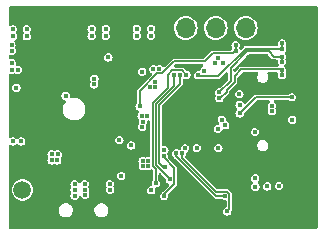
<source format=gbr>
%TF.GenerationSoftware,KiCad,Pcbnew,8.0.5*%
%TF.CreationDate,2024-10-05T23:36:15+02:00*%
%TF.ProjectId,projet s6,70726f6a-6574-4207-9336-2e6b69636164,rev?*%
%TF.SameCoordinates,Original*%
%TF.FileFunction,Copper,L2,Inr*%
%TF.FilePolarity,Positive*%
%FSLAX46Y46*%
G04 Gerber Fmt 4.6, Leading zero omitted, Abs format (unit mm)*
G04 Created by KiCad (PCBNEW 8.0.5) date 2024-10-05 23:36:15*
%MOMM*%
%LPD*%
G01*
G04 APERTURE LIST*
%TA.AperFunction,ComponentPad*%
%ADD10C,1.500000*%
%TD*%
%TA.AperFunction,ComponentPad*%
%ADD11O,1.800000X1.000000*%
%TD*%
%TA.AperFunction,ComponentPad*%
%ADD12O,2.100000X1.000000*%
%TD*%
%TA.AperFunction,ComponentPad*%
%ADD13R,1.700000X1.700000*%
%TD*%
%TA.AperFunction,ComponentPad*%
%ADD14O,1.700000X1.700000*%
%TD*%
%TA.AperFunction,ComponentPad*%
%ADD15R,1.650000X1.050000*%
%TD*%
%TA.AperFunction,ViaPad*%
%ADD16C,0.400000*%
%TD*%
%TA.AperFunction,Conductor*%
%ADD17C,0.150000*%
%TD*%
G04 APERTURE END LIST*
D10*
%TO.N,GND*%
%TO.C,TP1*%
X182580000Y-82870000D03*
%TD*%
%TO.N,BAT+*%
%TO.C,TP5*%
X182610000Y-80680000D03*
%TD*%
D11*
%TO.N,GND*%
%TO.C,J1*%
X206645000Y-69710000D03*
D12*
X202465000Y-69710000D03*
D11*
X206645000Y-78350000D03*
D12*
X202465000Y-78350000D03*
%TD*%
D13*
%TO.N,GND*%
%TO.C,J2*%
X204070000Y-66970000D03*
D14*
%TO.N,+3.3V*%
X201530000Y-66970000D03*
%TO.N,OLED_SCL*%
X198990000Y-66970000D03*
%TO.N,OLED_SDA*%
X196450000Y-66970000D03*
%TD*%
D15*
%TO.N,GND*%
%TO.C,SW1*%
X189070000Y-65930000D03*
X192920000Y-65930000D03*
%TD*%
%TO.N,GND*%
%TO.C,SW2*%
X182415000Y-65935000D03*
X186265000Y-65935000D03*
%TD*%
D16*
%TO.N,+3.3V*%
X193850000Y-71540000D03*
X193870000Y-71980000D03*
X202340000Y-80420000D03*
X199560000Y-69930000D03*
X193200000Y-74420000D03*
X199210000Y-77140000D03*
X181690000Y-68400000D03*
X202330000Y-79700000D03*
X192790000Y-78230000D03*
X198880000Y-69920000D03*
X189890000Y-69460000D03*
X192700000Y-74420000D03*
X199210000Y-69490000D03*
X182220000Y-70510000D03*
X181720000Y-70510000D03*
X192810000Y-74900000D03*
X192850000Y-78680000D03*
X193265953Y-78660289D03*
X181710000Y-69920000D03*
X181710000Y-68900000D03*
X193520000Y-80710000D03*
X193450000Y-71980000D03*
X194190000Y-70450000D03*
X192760000Y-75340000D03*
X193260000Y-78240000D03*
X193710000Y-70460000D03*
%TO.N,Net-(U1-NRST)*%
X200670000Y-68920001D03*
X200670000Y-68419998D03*
X192540000Y-73610000D03*
%TO.N,GNDGPS*%
X182510000Y-76570000D03*
X181810000Y-76570000D03*
%TO.N,Net-(BT1-+)*%
X182100000Y-72020000D03*
X188706280Y-71250688D03*
X188680000Y-71750000D03*
%TO.N,COMPASSCL*%
X199779999Y-75200000D03*
X203340000Y-80380000D03*
%TO.N,COMPASSDA*%
X199492500Y-74737500D03*
X204330000Y-80350000D03*
%TO.N,Net-(J1-CC2)*%
X202300000Y-75780000D03*
%TO.N,Net-(J1-CC1)*%
X200980000Y-72560000D03*
%TO.N,OLED_SCL*%
X196380000Y-77150000D03*
X198030000Y-70580000D03*
%TO.N,Net-(PA1010D1-TX)*%
X191820000Y-76920000D03*
%TO.N,Net-(PA1010D1-RX)*%
X190830000Y-76460000D03*
%TO.N,B2*%
X197380000Y-77140000D03*
X186270000Y-72710000D03*
%TO.N,B1*%
X199161278Y-75529673D03*
X192750000Y-70670000D03*
%TO.N,vusb*%
X190040000Y-80650000D03*
X190020000Y-80180000D03*
X203740000Y-73570000D03*
X203750000Y-74020000D03*
%TO.N,SWDIO*%
X199280000Y-72910000D03*
X204600000Y-70970000D03*
X204590000Y-70550000D03*
%TO.N,SWO*%
X204610000Y-68710000D03*
X197510000Y-70970000D03*
X204600000Y-68260000D03*
%TO.N,SWCLK*%
X204580000Y-69830000D03*
X204590000Y-69400000D03*
X199270000Y-72410000D03*
%TO.N,SPI_CS*%
X199950000Y-82500000D03*
X196135697Y-77586255D03*
%TO.N,SPI_MISO*%
X199770000Y-81200000D03*
X195635746Y-77579078D03*
%TO.N,USART_RX*%
X195460000Y-70930000D03*
X195099999Y-79797502D03*
%TO.N,vbat*%
X187040000Y-80180000D03*
X187900000Y-80180000D03*
X187040000Y-80650000D03*
X187040000Y-81160000D03*
X187930000Y-81110000D03*
X187910000Y-80650000D03*
%TO.N,Net-(U1-PA4)*%
X190980000Y-79500000D03*
X194630000Y-77320000D03*
%TO.N,GND*%
X197690000Y-66930000D03*
X189670000Y-74020000D03*
X186720000Y-78050000D03*
X189670000Y-75020000D03*
X181810000Y-79710000D03*
X188590000Y-73100000D03*
X200270000Y-66260000D03*
X201390000Y-65470000D03*
X192130000Y-79020000D03*
X201030000Y-82480000D03*
X196340000Y-81910000D03*
X186310000Y-80110000D03*
X189790000Y-83640000D03*
X184610000Y-76250000D03*
X206990000Y-83240000D03*
X195640000Y-73670000D03*
X182800000Y-78920000D03*
X200030000Y-78610000D03*
X194070000Y-68020000D03*
X181770000Y-75770000D03*
X182780000Y-72890000D03*
X197390000Y-65470000D03*
X181780000Y-74290000D03*
X204620000Y-71920000D03*
X204040000Y-76820000D03*
X181790000Y-81640000D03*
X200580000Y-81180000D03*
X207390000Y-83640000D03*
X201330000Y-79720000D03*
X198360000Y-83700000D03*
X207390000Y-80940000D03*
X205590000Y-83640000D03*
X191620000Y-73570000D03*
X206090000Y-74640000D03*
X204790000Y-78550000D03*
X194650000Y-75650000D03*
X189390000Y-77540000D03*
X186310000Y-80970000D03*
X197620000Y-73670000D03*
X207390000Y-81840000D03*
X206200000Y-67480000D03*
X181720000Y-66350000D03*
X207390000Y-67500000D03*
X185600000Y-72760000D03*
X184790000Y-83640000D03*
X198450000Y-71920000D03*
X183790000Y-83640000D03*
X206310000Y-82020000D03*
X203680000Y-71060000D03*
X185100000Y-82200000D03*
X190390000Y-65470000D03*
X195640000Y-74660000D03*
X184620000Y-74300000D03*
X188490000Y-68760000D03*
X204790000Y-77640000D03*
X207390000Y-66440000D03*
X203030000Y-75370000D03*
X198450000Y-71430000D03*
X186790000Y-83640000D03*
X190430000Y-79510000D03*
X207390000Y-82740000D03*
X182780000Y-74290000D03*
X206230000Y-66420000D03*
X207390000Y-76640000D03*
X197860000Y-68680000D03*
X196630000Y-75650000D03*
X195390000Y-65470000D03*
X206070000Y-73640000D03*
X185390000Y-65470000D03*
X198450000Y-82020000D03*
X197460000Y-81900000D03*
X202820000Y-79160000D03*
X187790000Y-82040000D03*
X198380000Y-76540000D03*
X186720000Y-72330000D03*
X194650000Y-73670000D03*
X206490000Y-83640000D03*
X183780000Y-77410000D03*
X197620000Y-74660000D03*
X201200000Y-83700000D03*
X195990000Y-79160000D03*
X182780000Y-73590000D03*
X201350000Y-81980000D03*
X185750000Y-79510000D03*
X195640000Y-75650000D03*
X184610000Y-75250000D03*
X187640000Y-67370000D03*
X206070000Y-77640000D03*
X186100000Y-71510000D03*
X184960000Y-79480000D03*
X197280000Y-70470000D03*
X183780000Y-78070000D03*
X194650000Y-74660000D03*
X196970000Y-77820000D03*
X199530000Y-68130000D03*
X189820000Y-73110000D03*
X181800000Y-78920000D03*
X187530000Y-71500000D03*
X187960000Y-73110000D03*
X191720000Y-83660000D03*
X204590000Y-75500000D03*
X192390000Y-65470000D03*
X196630000Y-74660000D03*
X187540000Y-71030000D03*
X194730000Y-67970000D03*
X189830000Y-72180000D03*
X197630000Y-77720000D03*
X197450000Y-82770000D03*
X206990000Y-82030000D03*
X190420000Y-75020000D03*
X206070000Y-75640000D03*
X189390000Y-76600000D03*
X207400000Y-68450000D03*
X206390000Y-65470000D03*
X181830000Y-71310000D03*
X197220000Y-68690000D03*
X188170000Y-74020000D03*
X191470711Y-67074977D03*
X190600000Y-78340000D03*
X203790000Y-83640000D03*
X188440000Y-72330000D03*
X198470000Y-83260000D03*
X184460000Y-65460000D03*
X182770000Y-75770000D03*
X207390000Y-65470000D03*
X186250000Y-78050000D03*
X190900000Y-72200000D03*
X198800000Y-82630000D03*
X198390000Y-65470000D03*
X204690000Y-83640000D03*
X185040000Y-72750000D03*
X192610000Y-83640000D03*
X188170000Y-76830000D03*
X197620000Y-72680000D03*
X191390000Y-65470000D03*
X206090000Y-72650000D03*
X202790000Y-67500000D03*
X205320000Y-80105000D03*
X192440000Y-68750000D03*
X190890000Y-70690000D03*
X185790000Y-83640000D03*
X199690000Y-71430000D03*
X195320000Y-83690000D03*
X186080000Y-68780000D03*
X182780000Y-77410000D03*
X182830000Y-71310000D03*
X187800000Y-82780000D03*
X200390000Y-65470000D03*
X187350000Y-79510000D03*
X207390000Y-74640000D03*
X188150000Y-79510000D03*
X187880000Y-68200000D03*
X187880000Y-68780000D03*
X200270000Y-66810000D03*
X188920000Y-74020000D03*
X194390000Y-65470000D03*
X196340000Y-82780000D03*
X198190000Y-77220000D03*
X195140000Y-66200000D03*
X203390000Y-65470000D03*
X194450425Y-68786961D03*
X195640000Y-72680000D03*
X207390000Y-72640000D03*
X187280000Y-68200000D03*
X194390000Y-83690000D03*
X199070000Y-71430000D03*
X190590000Y-76990000D03*
X191620000Y-73110000D03*
X196390000Y-65470000D03*
X199170000Y-83240000D03*
X191000000Y-67380000D03*
X188790000Y-83640000D03*
X207390000Y-71640000D03*
X199040000Y-71920000D03*
X188920000Y-75020000D03*
X206150000Y-68460000D03*
X189830000Y-70680000D03*
X190100000Y-78930000D03*
X207390000Y-77640000D03*
X195150000Y-66930000D03*
X202840000Y-72250000D03*
X186100000Y-71070000D03*
X181780000Y-73590000D03*
X188170000Y-75020000D03*
X190570000Y-77710000D03*
X202890000Y-83640000D03*
X181780000Y-77410000D03*
X198460000Y-68130000D03*
X201020000Y-77680000D03*
X196670000Y-68190000D03*
X206620000Y-82630000D03*
X199360000Y-83690000D03*
X196630000Y-73670000D03*
X186680000Y-68230000D03*
X200430000Y-79820000D03*
X196330000Y-83690000D03*
X204390000Y-65470000D03*
X190790000Y-83640000D03*
X199390000Y-65470000D03*
X197700000Y-66230000D03*
X207390000Y-79140000D03*
X207390000Y-80040000D03*
X195020000Y-68360000D03*
X191800000Y-71200000D03*
X186860000Y-75830000D03*
X186080000Y-68230000D03*
X193410000Y-68570000D03*
X206040000Y-71710000D03*
X190546733Y-67077157D03*
X187660000Y-66420000D03*
X199140000Y-82000000D03*
X199340000Y-79230000D03*
X181790000Y-83640000D03*
X207390000Y-73640000D03*
X187790000Y-83640000D03*
X181780000Y-72890000D03*
X196630000Y-72680000D03*
X200260000Y-83700000D03*
X202030000Y-83680000D03*
X187390000Y-65470000D03*
X201470000Y-81040000D03*
X190420000Y-74020000D03*
X183040000Y-65490000D03*
X200420000Y-73980000D03*
X202800000Y-66250000D03*
X199800000Y-73810000D03*
X185560000Y-75810000D03*
X205390000Y-65470000D03*
X197420000Y-83690000D03*
X181730000Y-65490000D03*
X202390000Y-65470000D03*
X183820000Y-82220000D03*
X199160000Y-68730000D03*
X207390000Y-75640000D03*
%TO.N,BAT+*%
X185590000Y-77670000D03*
X185090000Y-77670000D03*
X185560000Y-78190000D03*
X185080000Y-78184280D03*
%TO.N,SPI_SCK*%
X194610000Y-81210000D03*
X194575000Y-77840000D03*
%TO.N,Net-(R10-Pad1)*%
X181820000Y-67070000D03*
X182980000Y-67670000D03*
X182980000Y-67070000D03*
X181830000Y-67650000D03*
%TO.N,Net-(R11-Pad1)*%
X189670000Y-67650000D03*
X192300000Y-67630000D03*
X193500000Y-67630000D03*
X188470000Y-67050000D03*
X192300000Y-67030000D03*
X193500000Y-67030000D03*
X188470000Y-67650000D03*
X189670000Y-67050000D03*
%TO.N,Net-(J1-D--PadA7)*%
X201010000Y-73480000D03*
X205460000Y-74750000D03*
%TO.N,Net-(J1-D+-PadA6)*%
X201010000Y-74200000D03*
X205440000Y-72830000D03*
%TO.N,SPI_MOSi*%
X196505000Y-70930000D03*
X193900001Y-80130934D03*
%TO.N,USART_TX*%
X195960000Y-70940000D03*
X194726438Y-78747498D03*
%TD*%
D17*
%TO.N,Net-(U1-NRST)*%
X192540000Y-72319669D02*
X194034669Y-70825000D01*
X192540000Y-73610000D02*
X192540000Y-73670000D01*
X200475001Y-69115000D02*
X200670000Y-68920001D01*
X198735000Y-69115000D02*
X200475001Y-69115000D01*
X195480000Y-69800000D02*
X198050000Y-69800000D01*
X194455000Y-70825000D02*
X195480000Y-69800000D01*
X200670000Y-68419998D02*
X200670000Y-68920001D01*
X194034669Y-70825000D02*
X194455000Y-70825000D01*
X198050000Y-69800000D02*
X198735000Y-69115000D01*
X200670000Y-68920001D02*
X200649999Y-68920001D01*
X192540000Y-73610000D02*
X192540000Y-72319669D01*
%TO.N,SWDIO*%
X200580000Y-71530000D02*
X199900000Y-72210000D01*
X204590000Y-70550000D02*
X204590000Y-70960000D01*
X204520000Y-70480000D02*
X201140000Y-70480000D01*
X204590000Y-70960000D02*
X204600000Y-70970000D01*
X199900000Y-72380000D02*
X199370000Y-72910000D01*
X201140000Y-70480000D02*
X200580000Y-71040000D01*
X199370000Y-72910000D02*
X199280000Y-72910000D01*
X204590000Y-70550000D02*
X204520000Y-70480000D01*
X200580000Y-71040000D02*
X200580000Y-71530000D01*
X199900000Y-72210000D02*
X199900000Y-72380000D01*
%TO.N,SWO*%
X197510000Y-70970000D02*
X197585000Y-71045000D01*
X197585000Y-71045000D02*
X199201447Y-71045000D01*
X204490000Y-68590000D02*
X204610000Y-68710000D01*
X204600000Y-68260000D02*
X204600000Y-68700000D01*
X204600000Y-68700000D02*
X204610000Y-68710000D01*
X199201447Y-71045000D02*
X201536447Y-68710000D01*
X201536447Y-68710000D02*
X204610000Y-68710000D01*
%TO.N,SWCLK*%
X200240000Y-71440000D02*
X200240000Y-70360000D01*
X200240000Y-70360000D02*
X201640000Y-68960000D01*
X199270000Y-72410000D02*
X200240000Y-71440000D01*
X204590000Y-69400000D02*
X204580000Y-69410000D01*
X203890000Y-69400000D02*
X204590000Y-69400000D01*
X201640000Y-68960000D02*
X203450000Y-68960000D01*
X203450000Y-68960000D02*
X203890000Y-69400000D01*
X204580000Y-69410000D02*
X204580000Y-69830000D01*
%TO.N,SPI_CS*%
X199925331Y-80825000D02*
X200145000Y-81044669D01*
X196135697Y-77972143D02*
X198988554Y-80825000D01*
X196135697Y-77586255D02*
X196135697Y-77972143D01*
X200145000Y-81044669D02*
X200145000Y-82305000D01*
X198988554Y-80825000D02*
X199925331Y-80825000D01*
X200145000Y-82305000D02*
X199950000Y-82500000D01*
%TO.N,SPI_MISO*%
X199010000Y-81200000D02*
X199770000Y-81200000D01*
X195635746Y-77825746D02*
X199010000Y-81200000D01*
X195635746Y-77579078D02*
X195635746Y-77825746D01*
%TO.N,USART_RX*%
X195460000Y-71856446D02*
X195460000Y-70930000D01*
X195099999Y-79797502D02*
X195099999Y-79739999D01*
X193890000Y-73426446D02*
X195460000Y-71856446D01*
X195099999Y-79739999D02*
X193890000Y-78530000D01*
X193890000Y-78530000D02*
X193890000Y-73426446D01*
%TO.N,SPI_SCK*%
X195474999Y-78834999D02*
X195474999Y-80185001D01*
X194610000Y-81050000D02*
X194610000Y-81210000D01*
X195474999Y-80185001D02*
X194610000Y-81050000D01*
X194575000Y-77840000D02*
X194575000Y-77935000D01*
X194575000Y-77935000D02*
X195474999Y-78834999D01*
%TO.N,Net-(J1-D+-PadA6)*%
X205440000Y-72830000D02*
X202380000Y-72830000D01*
X202380000Y-72830000D02*
X201010000Y-74200000D01*
%TO.N,SPI_MOSi*%
X195304669Y-70555000D02*
X196130000Y-70555000D01*
X193640000Y-78633554D02*
X193640000Y-73322892D01*
X194916446Y-70943223D02*
X195304669Y-70555000D01*
X196130000Y-70555000D02*
X196505000Y-70930000D01*
X193900001Y-80130934D02*
X193900001Y-78893555D01*
X193900001Y-78893555D02*
X193640000Y-78633554D01*
X193640000Y-73322892D02*
X194916446Y-72046446D01*
X194916446Y-72046446D02*
X194916446Y-70943223D01*
%TO.N,USART_TX*%
X194550000Y-78750000D02*
X194200000Y-78400000D01*
X195960000Y-71710000D02*
X195960000Y-70940000D01*
X194726438Y-78747498D02*
X194723936Y-78750000D01*
X194200000Y-78400000D02*
X194200000Y-73470000D01*
X196015000Y-70995000D02*
X195960000Y-70940000D01*
X194200000Y-73470000D02*
X195960000Y-71710000D01*
X194723936Y-78750000D02*
X194550000Y-78750000D01*
%TD*%
%TA.AperFunction,Conductor*%
%TO.N,GND*%
G36*
X203372272Y-69205185D02*
G01*
X203392914Y-69221819D01*
X203691759Y-69520664D01*
X203691762Y-69520668D01*
X203698830Y-69527736D01*
X203762264Y-69591170D01*
X203786404Y-69601169D01*
X203786405Y-69601170D01*
X203845142Y-69625500D01*
X203845143Y-69625500D01*
X203845145Y-69625501D01*
X203845146Y-69625501D01*
X203949289Y-69625501D01*
X203949297Y-69625500D01*
X204112335Y-69625500D01*
X204179374Y-69645185D01*
X204225129Y-69697989D01*
X204235073Y-69767147D01*
X204234808Y-69768897D01*
X204225131Y-69829996D01*
X204225131Y-69830002D01*
X204242498Y-69939658D01*
X204292904Y-70038585D01*
X204292909Y-70038592D01*
X204297136Y-70042819D01*
X204330621Y-70104142D01*
X204325637Y-70173834D01*
X204283765Y-70229767D01*
X204218301Y-70254184D01*
X204209455Y-70254500D01*
X201199297Y-70254500D01*
X201199289Y-70254499D01*
X201184855Y-70254499D01*
X201095146Y-70254499D01*
X201095144Y-70254499D01*
X201095142Y-70254500D01*
X201046594Y-70274609D01*
X201012265Y-70288828D01*
X200992321Y-70308773D01*
X200948830Y-70352264D01*
X200677181Y-70623913D01*
X200615858Y-70657398D01*
X200546166Y-70652414D01*
X200490233Y-70610542D01*
X200465816Y-70545078D01*
X200465500Y-70536232D01*
X200465500Y-70504767D01*
X200485185Y-70437728D01*
X200501819Y-70417086D01*
X201697086Y-69221819D01*
X201758409Y-69188334D01*
X201784767Y-69185500D01*
X203305233Y-69185500D01*
X203372272Y-69205185D01*
G37*
%TD.AperFunction*%
%TA.AperFunction,Conductor*%
G36*
X207592539Y-65170185D02*
G01*
X207638294Y-65222989D01*
X207649500Y-65274500D01*
X207649500Y-83825500D01*
X207629815Y-83892539D01*
X207577011Y-83938294D01*
X207525500Y-83949500D01*
X181574500Y-83949500D01*
X181507461Y-83929815D01*
X181461706Y-83877011D01*
X181450500Y-83825500D01*
X181450500Y-82320943D01*
X185689500Y-82320943D01*
X185689500Y-82479057D01*
X185724495Y-82609658D01*
X185730423Y-82631783D01*
X185730426Y-82631790D01*
X185809475Y-82768709D01*
X185809479Y-82768714D01*
X185809480Y-82768716D01*
X185921284Y-82880520D01*
X185921286Y-82880521D01*
X185921290Y-82880524D01*
X186058209Y-82959573D01*
X186058216Y-82959577D01*
X186210943Y-83000500D01*
X186210945Y-83000500D01*
X186369055Y-83000500D01*
X186369057Y-83000500D01*
X186521784Y-82959577D01*
X186658716Y-82880520D01*
X186770520Y-82768716D01*
X186849577Y-82631784D01*
X186890500Y-82479057D01*
X186890500Y-82320943D01*
X188689500Y-82320943D01*
X188689500Y-82479057D01*
X188724495Y-82609658D01*
X188730423Y-82631783D01*
X188730426Y-82631790D01*
X188809475Y-82768709D01*
X188809479Y-82768714D01*
X188809480Y-82768716D01*
X188921284Y-82880520D01*
X188921286Y-82880521D01*
X188921290Y-82880524D01*
X189058209Y-82959573D01*
X189058216Y-82959577D01*
X189210943Y-83000500D01*
X189210945Y-83000500D01*
X189369055Y-83000500D01*
X189369057Y-83000500D01*
X189521784Y-82959577D01*
X189658716Y-82880520D01*
X189770520Y-82768716D01*
X189849577Y-82631784D01*
X189890500Y-82479057D01*
X189890500Y-82320943D01*
X189849577Y-82168216D01*
X189839038Y-82149961D01*
X189770524Y-82031290D01*
X189770518Y-82031282D01*
X189658717Y-81919481D01*
X189658709Y-81919475D01*
X189521790Y-81840426D01*
X189521786Y-81840424D01*
X189521784Y-81840423D01*
X189369057Y-81799500D01*
X189210943Y-81799500D01*
X189058216Y-81840423D01*
X189058209Y-81840426D01*
X188921290Y-81919475D01*
X188921282Y-81919481D01*
X188809481Y-82031282D01*
X188809475Y-82031290D01*
X188730426Y-82168209D01*
X188730423Y-82168216D01*
X188689500Y-82320943D01*
X186890500Y-82320943D01*
X186849577Y-82168216D01*
X186839038Y-82149961D01*
X186770524Y-82031290D01*
X186770518Y-82031282D01*
X186658717Y-81919481D01*
X186658709Y-81919475D01*
X186521790Y-81840426D01*
X186521786Y-81840424D01*
X186521784Y-81840423D01*
X186369057Y-81799500D01*
X186210943Y-81799500D01*
X186058216Y-81840423D01*
X186058209Y-81840426D01*
X185921290Y-81919475D01*
X185921282Y-81919481D01*
X185809481Y-82031282D01*
X185809475Y-82031290D01*
X185730426Y-82168209D01*
X185730423Y-82168216D01*
X185689500Y-82320943D01*
X181450500Y-82320943D01*
X181450500Y-80680000D01*
X181704540Y-80680000D01*
X181724326Y-80868256D01*
X181724327Y-80868259D01*
X181782818Y-81048277D01*
X181782821Y-81048284D01*
X181877467Y-81212216D01*
X181974211Y-81319661D01*
X182004129Y-81352888D01*
X182157265Y-81464148D01*
X182157270Y-81464151D01*
X182330192Y-81541142D01*
X182330197Y-81541144D01*
X182515354Y-81580500D01*
X182515355Y-81580500D01*
X182704644Y-81580500D01*
X182704646Y-81580500D01*
X182889803Y-81541144D01*
X183062730Y-81464151D01*
X183215871Y-81352888D01*
X183342533Y-81212216D01*
X183437179Y-81048284D01*
X183495674Y-80868256D01*
X183515460Y-80680000D01*
X183495674Y-80491744D01*
X183437179Y-80311716D01*
X183361131Y-80179997D01*
X186685131Y-80179997D01*
X186685131Y-80180002D01*
X186702498Y-80289658D01*
X186737680Y-80358706D01*
X186750576Y-80427375D01*
X186737680Y-80471294D01*
X186702498Y-80540341D01*
X186685131Y-80649997D01*
X186685131Y-80650002D01*
X186702498Y-80759658D01*
X186747870Y-80848706D01*
X186760766Y-80917375D01*
X186747870Y-80961294D01*
X186702498Y-81050341D01*
X186685131Y-81159997D01*
X186685131Y-81160002D01*
X186702498Y-81269658D01*
X186752904Y-81368585D01*
X186752909Y-81368592D01*
X186831407Y-81447090D01*
X186831410Y-81447092D01*
X186831413Y-81447095D01*
X186866297Y-81464869D01*
X186930341Y-81497501D01*
X187039998Y-81514869D01*
X187040000Y-81514869D01*
X187040002Y-81514869D01*
X187149658Y-81497501D01*
X187149659Y-81497500D01*
X187149661Y-81497500D01*
X187248587Y-81447095D01*
X187327095Y-81368587D01*
X187377500Y-81269661D01*
X187377501Y-81269652D01*
X187378628Y-81266187D01*
X187381146Y-81262503D01*
X187381930Y-81260966D01*
X187382128Y-81261067D01*
X187418064Y-81208510D01*
X187482422Y-81181311D01*
X187551269Y-81193223D01*
X187602746Y-81240466D01*
X187607042Y-81248203D01*
X187642905Y-81318587D01*
X187642907Y-81318589D01*
X187642909Y-81318592D01*
X187721407Y-81397090D01*
X187721410Y-81397092D01*
X187721413Y-81397095D01*
X187815796Y-81445185D01*
X187820341Y-81447501D01*
X187929998Y-81464869D01*
X187930000Y-81464869D01*
X187930002Y-81464869D01*
X188039658Y-81447501D01*
X188039659Y-81447500D01*
X188039661Y-81447500D01*
X188138587Y-81397095D01*
X188217095Y-81318587D01*
X188267500Y-81219661D01*
X188267500Y-81219659D01*
X188267501Y-81219658D01*
X188284869Y-81110002D01*
X188284869Y-81109997D01*
X188267501Y-81000343D01*
X188267500Y-81000341D01*
X188267500Y-81000339D01*
X188224866Y-80916665D01*
X188211971Y-80847998D01*
X188224866Y-80804081D01*
X188247500Y-80759661D01*
X188247843Y-80757500D01*
X188264869Y-80650002D01*
X188264869Y-80649997D01*
X188247501Y-80540343D01*
X188247500Y-80540341D01*
X188247500Y-80540339D01*
X188207318Y-80461477D01*
X188194423Y-80392812D01*
X188207317Y-80348896D01*
X188237500Y-80289661D01*
X188240561Y-80270339D01*
X188254869Y-80180002D01*
X188254869Y-80179997D01*
X189665131Y-80179997D01*
X189665131Y-80180002D01*
X189682498Y-80289658D01*
X189727680Y-80378332D01*
X189740576Y-80447001D01*
X189727680Y-80490920D01*
X189702498Y-80540341D01*
X189685131Y-80649997D01*
X189685131Y-80650002D01*
X189702498Y-80759658D01*
X189752904Y-80858585D01*
X189752909Y-80858592D01*
X189831407Y-80937090D01*
X189831410Y-80937092D01*
X189831413Y-80937095D01*
X189878907Y-80961294D01*
X189930341Y-80987501D01*
X190039998Y-81004869D01*
X190040000Y-81004869D01*
X190040002Y-81004869D01*
X190149658Y-80987501D01*
X190149659Y-80987500D01*
X190149661Y-80987500D01*
X190248587Y-80937095D01*
X190327095Y-80858587D01*
X190377500Y-80759661D01*
X190377500Y-80759659D01*
X190377501Y-80759658D01*
X190394869Y-80650002D01*
X190394869Y-80649997D01*
X190377501Y-80540343D01*
X190377500Y-80540341D01*
X190377500Y-80540339D01*
X190332318Y-80451664D01*
X190319423Y-80382999D01*
X190332318Y-80339083D01*
X190357500Y-80289661D01*
X190360561Y-80270339D01*
X190374869Y-80180002D01*
X190374869Y-80179997D01*
X190357501Y-80070341D01*
X190343314Y-80042498D01*
X190307095Y-79971413D01*
X190307092Y-79971410D01*
X190307090Y-79971407D01*
X190228592Y-79892909D01*
X190228588Y-79892906D01*
X190228587Y-79892905D01*
X190153937Y-79854869D01*
X190129658Y-79842498D01*
X190020002Y-79825131D01*
X190019998Y-79825131D01*
X189910341Y-79842498D01*
X189811414Y-79892904D01*
X189811407Y-79892909D01*
X189732909Y-79971407D01*
X189732904Y-79971414D01*
X189682498Y-80070341D01*
X189665131Y-80179997D01*
X188254869Y-80179997D01*
X188237501Y-80070341D01*
X188223314Y-80042498D01*
X188187095Y-79971413D01*
X188187092Y-79971410D01*
X188187090Y-79971407D01*
X188108592Y-79892909D01*
X188108588Y-79892906D01*
X188108587Y-79892905D01*
X188033937Y-79854869D01*
X188009658Y-79842498D01*
X187900002Y-79825131D01*
X187899998Y-79825131D01*
X187790341Y-79842498D01*
X187691414Y-79892904D01*
X187691407Y-79892909D01*
X187612909Y-79971407D01*
X187612906Y-79971412D01*
X187612905Y-79971413D01*
X187580485Y-80035042D01*
X187532510Y-80085838D01*
X187464689Y-80102633D01*
X187398554Y-80080096D01*
X187359515Y-80035042D01*
X187327095Y-79971413D01*
X187327091Y-79971409D01*
X187327090Y-79971407D01*
X187248592Y-79892909D01*
X187248588Y-79892906D01*
X187248587Y-79892905D01*
X187173937Y-79854869D01*
X187149658Y-79842498D01*
X187040002Y-79825131D01*
X187039998Y-79825131D01*
X186930341Y-79842498D01*
X186831414Y-79892904D01*
X186831407Y-79892909D01*
X186752909Y-79971407D01*
X186752904Y-79971414D01*
X186702498Y-80070341D01*
X186685131Y-80179997D01*
X183361131Y-80179997D01*
X183342533Y-80147784D01*
X183215871Y-80007112D01*
X183214463Y-80006089D01*
X183062734Y-79895851D01*
X183062729Y-79895848D01*
X182889807Y-79818857D01*
X182889802Y-79818855D01*
X182740354Y-79787090D01*
X182704646Y-79779500D01*
X182515354Y-79779500D01*
X182482897Y-79786398D01*
X182330197Y-79818855D01*
X182330192Y-79818857D01*
X182157270Y-79895848D01*
X182157265Y-79895851D01*
X182004129Y-80007111D01*
X181877466Y-80147785D01*
X181782821Y-80311715D01*
X181782818Y-80311722D01*
X181724327Y-80491740D01*
X181724326Y-80491744D01*
X181704540Y-80680000D01*
X181450500Y-80680000D01*
X181450500Y-79499997D01*
X190625131Y-79499997D01*
X190625131Y-79500002D01*
X190642498Y-79609658D01*
X190692904Y-79708585D01*
X190692909Y-79708592D01*
X190771407Y-79787090D01*
X190771410Y-79787092D01*
X190771413Y-79787095D01*
X190866899Y-79835747D01*
X190870341Y-79837501D01*
X190979998Y-79854869D01*
X190980000Y-79854869D01*
X190980002Y-79854869D01*
X191089658Y-79837501D01*
X191089659Y-79837500D01*
X191089661Y-79837500D01*
X191188587Y-79787095D01*
X191267095Y-79708587D01*
X191317500Y-79609661D01*
X191317500Y-79609659D01*
X191317501Y-79609658D01*
X191334869Y-79500002D01*
X191334869Y-79499997D01*
X191317501Y-79390341D01*
X191301488Y-79358913D01*
X191267095Y-79291413D01*
X191267092Y-79291410D01*
X191267090Y-79291407D01*
X191188592Y-79212909D01*
X191188588Y-79212906D01*
X191188587Y-79212905D01*
X191184743Y-79210946D01*
X191089658Y-79162498D01*
X190980002Y-79145131D01*
X190979998Y-79145131D01*
X190870341Y-79162498D01*
X190771414Y-79212904D01*
X190771407Y-79212909D01*
X190692909Y-79291407D01*
X190692904Y-79291414D01*
X190642498Y-79390341D01*
X190625131Y-79499997D01*
X181450500Y-79499997D01*
X181450500Y-78184277D01*
X184725131Y-78184277D01*
X184725131Y-78184282D01*
X184742498Y-78293938D01*
X184792904Y-78392865D01*
X184792909Y-78392872D01*
X184871407Y-78471370D01*
X184871410Y-78471372D01*
X184871413Y-78471375D01*
X184906817Y-78489414D01*
X184970341Y-78521781D01*
X185079998Y-78539149D01*
X185080000Y-78539149D01*
X185080002Y-78539149D01*
X185189656Y-78521781D01*
X185189656Y-78521780D01*
X185189661Y-78521780D01*
X185258095Y-78486911D01*
X185326760Y-78474016D01*
X185370680Y-78486912D01*
X185450341Y-78527501D01*
X185559998Y-78544869D01*
X185560000Y-78544869D01*
X185560002Y-78544869D01*
X185669658Y-78527501D01*
X185669659Y-78527500D01*
X185669661Y-78527500D01*
X185768587Y-78477095D01*
X185847095Y-78398587D01*
X185897500Y-78299661D01*
X185897500Y-78299659D01*
X185897501Y-78299658D01*
X185914869Y-78190002D01*
X185914869Y-78189997D01*
X185897501Y-78080341D01*
X185863163Y-78012948D01*
X185850267Y-77944279D01*
X185873330Y-77883769D01*
X185877091Y-77878590D01*
X185877095Y-77878587D01*
X185927500Y-77779661D01*
X185927500Y-77779659D01*
X185927501Y-77779658D01*
X185944869Y-77670002D01*
X185944869Y-77669997D01*
X185927501Y-77560341D01*
X185911323Y-77528590D01*
X185877095Y-77461413D01*
X185877092Y-77461410D01*
X185877090Y-77461407D01*
X185798592Y-77382909D01*
X185798588Y-77382906D01*
X185798587Y-77382905D01*
X185794743Y-77380946D01*
X185699658Y-77332498D01*
X185590002Y-77315131D01*
X185589998Y-77315131D01*
X185480341Y-77332498D01*
X185396294Y-77375323D01*
X185327625Y-77388219D01*
X185283706Y-77375323D01*
X185199658Y-77332498D01*
X185090002Y-77315131D01*
X185089998Y-77315131D01*
X184980341Y-77332498D01*
X184881414Y-77382904D01*
X184881407Y-77382909D01*
X184802909Y-77461407D01*
X184802904Y-77461414D01*
X184752498Y-77560341D01*
X184735131Y-77669997D01*
X184735131Y-77670002D01*
X184752498Y-77779658D01*
X184793960Y-77861032D01*
X184806856Y-77929701D01*
X184793961Y-77973619D01*
X184742498Y-78074622D01*
X184725131Y-78184277D01*
X181450500Y-78184277D01*
X181450500Y-76982550D01*
X181470185Y-76915511D01*
X181522989Y-76869756D01*
X181592147Y-76859812D01*
X181630790Y-76872063D01*
X181700339Y-76907500D01*
X181700341Y-76907500D01*
X181700343Y-76907501D01*
X181809998Y-76924869D01*
X181810000Y-76924869D01*
X181810002Y-76924869D01*
X181919658Y-76907501D01*
X181919659Y-76907500D01*
X181919661Y-76907500D01*
X182018587Y-76857095D01*
X182023347Y-76852335D01*
X182072319Y-76803364D01*
X182133642Y-76769879D01*
X182203334Y-76774863D01*
X182247681Y-76803364D01*
X182301407Y-76857090D01*
X182301410Y-76857092D01*
X182301413Y-76857095D01*
X182400339Y-76907500D01*
X182400341Y-76907501D01*
X182509998Y-76924869D01*
X182510000Y-76924869D01*
X182510002Y-76924869D01*
X182540762Y-76919997D01*
X191465131Y-76919997D01*
X191465131Y-76920002D01*
X191482498Y-77029658D01*
X191532904Y-77128585D01*
X191532909Y-77128592D01*
X191611407Y-77207090D01*
X191611410Y-77207092D01*
X191611413Y-77207095D01*
X191679090Y-77241578D01*
X191710341Y-77257501D01*
X191819998Y-77274869D01*
X191820000Y-77274869D01*
X191820002Y-77274869D01*
X191929658Y-77257501D01*
X191929659Y-77257500D01*
X191929661Y-77257500D01*
X192028587Y-77207095D01*
X192107095Y-77128587D01*
X192157500Y-77029661D01*
X192157500Y-77029659D01*
X192157501Y-77029658D01*
X192174869Y-76920002D01*
X192174869Y-76919997D01*
X192157501Y-76810341D01*
X192141324Y-76778592D01*
X192107095Y-76711413D01*
X192107092Y-76711410D01*
X192107090Y-76711407D01*
X192028592Y-76632909D01*
X192028588Y-76632906D01*
X192028587Y-76632905D01*
X192019027Y-76628034D01*
X191929658Y-76582498D01*
X191820002Y-76565131D01*
X191819998Y-76565131D01*
X191710341Y-76582498D01*
X191611414Y-76632904D01*
X191611407Y-76632909D01*
X191532909Y-76711407D01*
X191532904Y-76711414D01*
X191482498Y-76810341D01*
X191465131Y-76919997D01*
X182540762Y-76919997D01*
X182619658Y-76907501D01*
X182619659Y-76907500D01*
X182619661Y-76907500D01*
X182718587Y-76857095D01*
X182797095Y-76778587D01*
X182847500Y-76679661D01*
X182847500Y-76679659D01*
X182847501Y-76679658D01*
X182864869Y-76570002D01*
X182864869Y-76569997D01*
X182847501Y-76460341D01*
X182847326Y-76459997D01*
X190475131Y-76459997D01*
X190475131Y-76460002D01*
X190492498Y-76569658D01*
X190542904Y-76668585D01*
X190542909Y-76668592D01*
X190621407Y-76747090D01*
X190621410Y-76747092D01*
X190621413Y-76747095D01*
X190715690Y-76795131D01*
X190720341Y-76797501D01*
X190829998Y-76814869D01*
X190830000Y-76814869D01*
X190830002Y-76814869D01*
X190939658Y-76797501D01*
X190939659Y-76797500D01*
X190939661Y-76797500D01*
X191038587Y-76747095D01*
X191117095Y-76668587D01*
X191167500Y-76569661D01*
X191167500Y-76569659D01*
X191167501Y-76569658D01*
X191184869Y-76460002D01*
X191184869Y-76459997D01*
X191167501Y-76350341D01*
X191133140Y-76282904D01*
X191117095Y-76251413D01*
X191117092Y-76251410D01*
X191117090Y-76251407D01*
X191038592Y-76172909D01*
X191038588Y-76172906D01*
X191038587Y-76172905D01*
X190963937Y-76134869D01*
X190939658Y-76122498D01*
X190830002Y-76105131D01*
X190829998Y-76105131D01*
X190720341Y-76122498D01*
X190621414Y-76172904D01*
X190621407Y-76172909D01*
X190542909Y-76251407D01*
X190542904Y-76251414D01*
X190492498Y-76350341D01*
X190475131Y-76459997D01*
X182847326Y-76459997D01*
X182839430Y-76444500D01*
X182797095Y-76361413D01*
X182797092Y-76361410D01*
X182797090Y-76361407D01*
X182718592Y-76282909D01*
X182718588Y-76282906D01*
X182718587Y-76282905D01*
X182662943Y-76254553D01*
X182619658Y-76232498D01*
X182510002Y-76215131D01*
X182509998Y-76215131D01*
X182400341Y-76232498D01*
X182301414Y-76282904D01*
X182301407Y-76282909D01*
X182247681Y-76336636D01*
X182186358Y-76370121D01*
X182116666Y-76365137D01*
X182072319Y-76336636D01*
X182018592Y-76282909D01*
X182018588Y-76282906D01*
X182018587Y-76282905D01*
X181962943Y-76254553D01*
X181919658Y-76232498D01*
X181810002Y-76215131D01*
X181809998Y-76215131D01*
X181700342Y-76232498D01*
X181630793Y-76267935D01*
X181562124Y-76280830D01*
X181497384Y-76254553D01*
X181457128Y-76197446D01*
X181450500Y-76157449D01*
X181450500Y-72709997D01*
X185915131Y-72709997D01*
X185915131Y-72710002D01*
X185932498Y-72819658D01*
X185982904Y-72918585D01*
X185982909Y-72918592D01*
X186061407Y-72997090D01*
X186061410Y-72997092D01*
X186061413Y-72997095D01*
X186160339Y-73047500D01*
X186179461Y-73050528D01*
X186242595Y-73080457D01*
X186279527Y-73139768D01*
X186278531Y-73209630D01*
X186263166Y-73241892D01*
X186157684Y-73399757D01*
X186157676Y-73399771D01*
X186086027Y-73572748D01*
X186086025Y-73572756D01*
X186049500Y-73756379D01*
X186049500Y-73943620D01*
X186086025Y-74127243D01*
X186086027Y-74127251D01*
X186157676Y-74300228D01*
X186157681Y-74300237D01*
X186261697Y-74455907D01*
X186261700Y-74455911D01*
X186394088Y-74588299D01*
X186394092Y-74588302D01*
X186549762Y-74692318D01*
X186549768Y-74692321D01*
X186549769Y-74692322D01*
X186722749Y-74763973D01*
X186855301Y-74790339D01*
X186906379Y-74800499D01*
X186906383Y-74800500D01*
X186906384Y-74800500D01*
X187093617Y-74800500D01*
X187093618Y-74800499D01*
X187277251Y-74763973D01*
X187450231Y-74692322D01*
X187605908Y-74588302D01*
X187738302Y-74455908D01*
X187842322Y-74300231D01*
X187913973Y-74127251D01*
X187950500Y-73943616D01*
X187950500Y-73756384D01*
X187921382Y-73609997D01*
X192185131Y-73609997D01*
X192185131Y-73610002D01*
X192202498Y-73719658D01*
X192252904Y-73818585D01*
X192252909Y-73818592D01*
X192331407Y-73897090D01*
X192331410Y-73897092D01*
X192331413Y-73897095D01*
X192430339Y-73947500D01*
X192439034Y-73951930D01*
X192437590Y-73954763D01*
X192481580Y-73984826D01*
X192508796Y-74049177D01*
X192496900Y-74118027D01*
X192473290Y-74151027D01*
X192412906Y-74211410D01*
X192412904Y-74211414D01*
X192362498Y-74310341D01*
X192345131Y-74419997D01*
X192345131Y-74420002D01*
X192362498Y-74529658D01*
X192412904Y-74628585D01*
X192412908Y-74628591D01*
X192443820Y-74659502D01*
X192477306Y-74720824D01*
X192474072Y-74785500D01*
X192472498Y-74790341D01*
X192455131Y-74899997D01*
X192455131Y-74900002D01*
X192472499Y-75009660D01*
X192475037Y-75014641D01*
X192487932Y-75083310D01*
X192475037Y-75127227D01*
X192422498Y-75230342D01*
X192405131Y-75339997D01*
X192405131Y-75340002D01*
X192422498Y-75449658D01*
X192472904Y-75548585D01*
X192472909Y-75548592D01*
X192551407Y-75627090D01*
X192551410Y-75627092D01*
X192551413Y-75627095D01*
X192575428Y-75639331D01*
X192650341Y-75677501D01*
X192759998Y-75694869D01*
X192760000Y-75694869D01*
X192760002Y-75694869D01*
X192869658Y-75677501D01*
X192869659Y-75677500D01*
X192869661Y-75677500D01*
X192968587Y-75627095D01*
X193047095Y-75548587D01*
X193097500Y-75449661D01*
X193097500Y-75449659D01*
X193097501Y-75449658D01*
X193114869Y-75340002D01*
X193114869Y-75339997D01*
X193097501Y-75230342D01*
X193097500Y-75230340D01*
X193097500Y-75230339D01*
X193094962Y-75225359D01*
X193082066Y-75156692D01*
X193094962Y-75112770D01*
X193097091Y-75108590D01*
X193097095Y-75108587D01*
X193147500Y-75009661D01*
X193157569Y-74946092D01*
X193164869Y-74900002D01*
X193164869Y-74890241D01*
X193167808Y-74890241D01*
X193174747Y-74836539D01*
X193219743Y-74783087D01*
X193268856Y-74763962D01*
X193271095Y-74763608D01*
X193340387Y-74772558D01*
X193393842Y-74817550D01*
X193414487Y-74884300D01*
X193414500Y-74886080D01*
X193414500Y-77764416D01*
X193394815Y-77831455D01*
X193342011Y-77877210D01*
X193272853Y-77887154D01*
X193271102Y-77886889D01*
X193260002Y-77885131D01*
X193259998Y-77885131D01*
X193150341Y-77902498D01*
X193091107Y-77932680D01*
X193022438Y-77945576D01*
X192978519Y-77932680D01*
X192972672Y-77929701D01*
X192946909Y-77916574D01*
X192899658Y-77892498D01*
X192790002Y-77875131D01*
X192789998Y-77875131D01*
X192680341Y-77892498D01*
X192581414Y-77942904D01*
X192581407Y-77942909D01*
X192502909Y-78021407D01*
X192502904Y-78021414D01*
X192452498Y-78120341D01*
X192435131Y-78229997D01*
X192435131Y-78230002D01*
X192452498Y-78339658D01*
X192452500Y-78339661D01*
X192502905Y-78438587D01*
X192502909Y-78438591D01*
X192503338Y-78439182D01*
X192503640Y-78440030D01*
X192507336Y-78447283D01*
X192506398Y-78447760D01*
X192526819Y-78504988D01*
X192515072Y-78560916D01*
X192515515Y-78561060D01*
X192514176Y-78565178D01*
X192513509Y-78568358D01*
X192512500Y-78570337D01*
X192512498Y-78570342D01*
X192495131Y-78679997D01*
X192495131Y-78680002D01*
X192512498Y-78789658D01*
X192562904Y-78888585D01*
X192562909Y-78888592D01*
X192641407Y-78967090D01*
X192641410Y-78967092D01*
X192641413Y-78967095D01*
X192678974Y-78986233D01*
X192740341Y-79017501D01*
X192849998Y-79034869D01*
X192850000Y-79034869D01*
X192850002Y-79034869D01*
X192959656Y-79017501D01*
X192959656Y-79017500D01*
X192959661Y-79017500D01*
X193021027Y-78986232D01*
X193089693Y-78973337D01*
X193133609Y-78986231D01*
X193156292Y-78997789D01*
X193156294Y-78997789D01*
X193156296Y-78997790D01*
X193265951Y-79015158D01*
X193265953Y-79015158D01*
X193265955Y-79015158D01*
X193375611Y-78997790D01*
X193375612Y-78997789D01*
X193375614Y-78997789D01*
X193474540Y-78947384D01*
X193474546Y-78947377D01*
X193477615Y-78945149D01*
X193481989Y-78943588D01*
X193483236Y-78942953D01*
X193483318Y-78943114D01*
X193543421Y-78921669D01*
X193611475Y-78937494D01*
X193660170Y-78987600D01*
X193674501Y-79045467D01*
X193674501Y-79809389D01*
X193654816Y-79876428D01*
X193638182Y-79897070D01*
X193612910Y-79922341D01*
X193612905Y-79922348D01*
X193562499Y-80021275D01*
X193545132Y-80130931D01*
X193545132Y-80130936D01*
X193559759Y-80223287D01*
X193550804Y-80292581D01*
X193505808Y-80346032D01*
X193456686Y-80365158D01*
X193410341Y-80372499D01*
X193311414Y-80422904D01*
X193311407Y-80422909D01*
X193232909Y-80501407D01*
X193232904Y-80501414D01*
X193182498Y-80600341D01*
X193165131Y-80709997D01*
X193165131Y-80710002D01*
X193182498Y-80819658D01*
X193232904Y-80918585D01*
X193232909Y-80918592D01*
X193311407Y-80997090D01*
X193311410Y-80997092D01*
X193311413Y-80997095D01*
X193383726Y-81033940D01*
X193410341Y-81047501D01*
X193519998Y-81064869D01*
X193520000Y-81064869D01*
X193520002Y-81064869D01*
X193629658Y-81047501D01*
X193629659Y-81047500D01*
X193629661Y-81047500D01*
X193728587Y-80997095D01*
X193807095Y-80918587D01*
X193857500Y-80819661D01*
X193857500Y-80819659D01*
X193857501Y-80819658D01*
X193874869Y-80710002D01*
X193874869Y-80709999D01*
X193868073Y-80667095D01*
X193860241Y-80617645D01*
X193869195Y-80548353D01*
X193914191Y-80494901D01*
X193963316Y-80475775D01*
X194009659Y-80468435D01*
X194009660Y-80468434D01*
X194009662Y-80468434D01*
X194108588Y-80418029D01*
X194187096Y-80339521D01*
X194237501Y-80240595D01*
X194237501Y-80240593D01*
X194237502Y-80240592D01*
X194254870Y-80130936D01*
X194254870Y-80130931D01*
X194237502Y-80021275D01*
X194224181Y-79995131D01*
X194187096Y-79922347D01*
X194187093Y-79922344D01*
X194187091Y-79922341D01*
X194161820Y-79897070D01*
X194128335Y-79835747D01*
X194125501Y-79809389D01*
X194125501Y-79383768D01*
X194145186Y-79316729D01*
X194197990Y-79270974D01*
X194267148Y-79261030D01*
X194330704Y-79290055D01*
X194337182Y-79296087D01*
X194713233Y-79672138D01*
X194746718Y-79733461D01*
X194748026Y-79779213D01*
X194745130Y-79797501D01*
X194745130Y-79797504D01*
X194762497Y-79907160D01*
X194812903Y-80006087D01*
X194812908Y-80006094D01*
X194891406Y-80084592D01*
X194891412Y-80084597D01*
X194981198Y-80130345D01*
X195031992Y-80178317D01*
X195048788Y-80246137D01*
X195026251Y-80312273D01*
X195012583Y-80328509D01*
X194606225Y-80734869D01*
X194482265Y-80858829D01*
X194482264Y-80858830D01*
X194472838Y-80868256D01*
X194449501Y-80891592D01*
X194418124Y-80914389D01*
X194401412Y-80922905D01*
X194401409Y-80922907D01*
X194322909Y-81001407D01*
X194322904Y-81001414D01*
X194272498Y-81100341D01*
X194255131Y-81209997D01*
X194255131Y-81210002D01*
X194272498Y-81319658D01*
X194322904Y-81418585D01*
X194322909Y-81418592D01*
X194401407Y-81497090D01*
X194401410Y-81497092D01*
X194401413Y-81497095D01*
X194480713Y-81537500D01*
X194500341Y-81547501D01*
X194609998Y-81564869D01*
X194610000Y-81564869D01*
X194610002Y-81564869D01*
X194719658Y-81547501D01*
X194719659Y-81547500D01*
X194719661Y-81547500D01*
X194818587Y-81497095D01*
X194897095Y-81418587D01*
X194947500Y-81319661D01*
X194947500Y-81319659D01*
X194947501Y-81319658D01*
X194964869Y-81210002D01*
X194964869Y-81209997D01*
X194947959Y-81103233D01*
X194956914Y-81033940D01*
X194982751Y-80996154D01*
X195291405Y-80687500D01*
X195666169Y-80312737D01*
X195666169Y-80312735D01*
X195666171Y-80312734D01*
X195693755Y-80246137D01*
X195700499Y-80229856D01*
X195700499Y-80140147D01*
X195700499Y-78894296D01*
X195700500Y-78894287D01*
X195700500Y-78790146D01*
X195700500Y-78790145D01*
X195666169Y-78707264D01*
X195666169Y-78707263D01*
X195602735Y-78643829D01*
X195595670Y-78636764D01*
X195595663Y-78636758D01*
X194956638Y-77997733D01*
X194923153Y-77936410D01*
X194921846Y-77890653D01*
X194922937Y-77883769D01*
X194929869Y-77840000D01*
X194928516Y-77831455D01*
X194912501Y-77730342D01*
X194912500Y-77730340D01*
X194912500Y-77730339D01*
X194886851Y-77680000D01*
X194873955Y-77611335D01*
X194887048Y-77579075D01*
X195280877Y-77579075D01*
X195280877Y-77579080D01*
X195298244Y-77688736D01*
X195348650Y-77787663D01*
X195348654Y-77787669D01*
X195378347Y-77817361D01*
X195402053Y-77860774D01*
X195405571Y-77859317D01*
X195410245Y-77870600D01*
X195410245Y-77870601D01*
X195429289Y-77916576D01*
X195429290Y-77916580D01*
X195429291Y-77916580D01*
X195444574Y-77953480D01*
X195525446Y-78034352D01*
X195525452Y-78034357D01*
X198811759Y-81320664D01*
X198811762Y-81320668D01*
X198818830Y-81327736D01*
X198882264Y-81391170D01*
X198916592Y-81405388D01*
X198916594Y-81405390D01*
X198916595Y-81405390D01*
X198965146Y-81425501D01*
X198965147Y-81425501D01*
X199069289Y-81425501D01*
X199069297Y-81425500D01*
X199448455Y-81425500D01*
X199515494Y-81445185D01*
X199536136Y-81461819D01*
X199561407Y-81487090D01*
X199561410Y-81487092D01*
X199561413Y-81487095D01*
X199615923Y-81514869D01*
X199660341Y-81537501D01*
X199769998Y-81554869D01*
X199769999Y-81554869D01*
X199769999Y-81554868D01*
X199770000Y-81554869D01*
X199776097Y-81553903D01*
X199845389Y-81562854D01*
X199898844Y-81607847D01*
X199919487Y-81674598D01*
X199919500Y-81676375D01*
X199919500Y-82046687D01*
X199899815Y-82113726D01*
X199848913Y-82157832D01*
X199849034Y-82158070D01*
X199848076Y-82158558D01*
X199847011Y-82159481D01*
X199843841Y-82160715D01*
X199785346Y-82190519D01*
X199741413Y-82212905D01*
X199741412Y-82212906D01*
X199741407Y-82212909D01*
X199662909Y-82291407D01*
X199662904Y-82291414D01*
X199612498Y-82390341D01*
X199595131Y-82499997D01*
X199595131Y-82500002D01*
X199612498Y-82609658D01*
X199662904Y-82708585D01*
X199662909Y-82708592D01*
X199741407Y-82787090D01*
X199741410Y-82787092D01*
X199741413Y-82787095D01*
X199840339Y-82837500D01*
X199840341Y-82837501D01*
X199949998Y-82854869D01*
X199950000Y-82854869D01*
X199950002Y-82854869D01*
X200059658Y-82837501D01*
X200059659Y-82837500D01*
X200059661Y-82837500D01*
X200158587Y-82787095D01*
X200237095Y-82708587D01*
X200287500Y-82609661D01*
X200304869Y-82500000D01*
X200304869Y-82499997D01*
X200305334Y-82497063D01*
X200330623Y-82443714D01*
X200329386Y-82442888D01*
X200334993Y-82434496D01*
X200335263Y-82433928D01*
X200335640Y-82433528D01*
X200336167Y-82432738D01*
X200336170Y-82432736D01*
X200361218Y-82372265D01*
X200361219Y-82372264D01*
X200370499Y-82349858D01*
X200370501Y-82349854D01*
X200370501Y-82260145D01*
X200370501Y-82250156D01*
X200370500Y-82250142D01*
X200370500Y-81103966D01*
X200370501Y-81103957D01*
X200370501Y-80999815D01*
X200370500Y-80999811D01*
X200343962Y-80935743D01*
X200343962Y-80935742D01*
X200336170Y-80916933D01*
X200309237Y-80890000D01*
X200272736Y-80853499D01*
X200272734Y-80853498D01*
X200265668Y-80846432D01*
X200265668Y-80846431D01*
X200265664Y-80846428D01*
X200133941Y-80714705D01*
X200116501Y-80697264D01*
X200053067Y-80633830D01*
X200053066Y-80633829D01*
X200028788Y-80623772D01*
X200028788Y-80623771D01*
X199970189Y-80599500D01*
X199970187Y-80599499D01*
X199970186Y-80599499D01*
X199880476Y-80599499D01*
X199866042Y-80599499D01*
X199866034Y-80599500D01*
X199133321Y-80599500D01*
X199066282Y-80579815D01*
X199045640Y-80563181D01*
X198182456Y-79699997D01*
X201975131Y-79699997D01*
X201975131Y-79700002D01*
X201992498Y-79809658D01*
X202042904Y-79908585D01*
X202042909Y-79908592D01*
X202111636Y-79977319D01*
X202145121Y-80038642D01*
X202140137Y-80108334D01*
X202111636Y-80152681D01*
X202052909Y-80211407D01*
X202052904Y-80211414D01*
X202002498Y-80310341D01*
X201985131Y-80419997D01*
X201985131Y-80420002D01*
X202002498Y-80529658D01*
X202052904Y-80628585D01*
X202052909Y-80628592D01*
X202131407Y-80707090D01*
X202131410Y-80707092D01*
X202131413Y-80707095D01*
X202185923Y-80734869D01*
X202230341Y-80757501D01*
X202339998Y-80774869D01*
X202340000Y-80774869D01*
X202340002Y-80774869D01*
X202449658Y-80757501D01*
X202449659Y-80757500D01*
X202449661Y-80757500D01*
X202548587Y-80707095D01*
X202627095Y-80628587D01*
X202677500Y-80529661D01*
X202677500Y-80529659D01*
X202677501Y-80529658D01*
X202694869Y-80420002D01*
X202694869Y-80419997D01*
X202688534Y-80379997D01*
X202985131Y-80379997D01*
X202985131Y-80380002D01*
X203002498Y-80489658D01*
X203052904Y-80588585D01*
X203052909Y-80588592D01*
X203131407Y-80667090D01*
X203131410Y-80667092D01*
X203131413Y-80667095D01*
X203230339Y-80717500D01*
X203230341Y-80717501D01*
X203339998Y-80734869D01*
X203340000Y-80734869D01*
X203340002Y-80734869D01*
X203449658Y-80717501D01*
X203449659Y-80717500D01*
X203449661Y-80717500D01*
X203548587Y-80667095D01*
X203627095Y-80588587D01*
X203677500Y-80489661D01*
X203677500Y-80489659D01*
X203677501Y-80489658D01*
X203694869Y-80380002D01*
X203694869Y-80379997D01*
X203690117Y-80349997D01*
X203975131Y-80349997D01*
X203975131Y-80350002D01*
X203992498Y-80459658D01*
X204042904Y-80558585D01*
X204042909Y-80558592D01*
X204121407Y-80637090D01*
X204121410Y-80637092D01*
X204121413Y-80637095D01*
X204220339Y-80687500D01*
X204220341Y-80687501D01*
X204329998Y-80704869D01*
X204330000Y-80704869D01*
X204330002Y-80704869D01*
X204439658Y-80687501D01*
X204439659Y-80687500D01*
X204439661Y-80687500D01*
X204538587Y-80637095D01*
X204617095Y-80558587D01*
X204667500Y-80459661D01*
X204667500Y-80459659D01*
X204667501Y-80459658D01*
X204684869Y-80350002D01*
X204684869Y-80349997D01*
X204667501Y-80240341D01*
X204652762Y-80211414D01*
X204617095Y-80141413D01*
X204617092Y-80141410D01*
X204617090Y-80141407D01*
X204538592Y-80062909D01*
X204538588Y-80062906D01*
X204538587Y-80062905D01*
X204488727Y-80037500D01*
X204439658Y-80012498D01*
X204330002Y-79995131D01*
X204329998Y-79995131D01*
X204220341Y-80012498D01*
X204121414Y-80062904D01*
X204121407Y-80062909D01*
X204042909Y-80141407D01*
X204042904Y-80141414D01*
X203992498Y-80240341D01*
X203975131Y-80349997D01*
X203690117Y-80349997D01*
X203677501Y-80270341D01*
X203677500Y-80270339D01*
X203627095Y-80171413D01*
X203627092Y-80171410D01*
X203627090Y-80171407D01*
X203548592Y-80092909D01*
X203548588Y-80092906D01*
X203548587Y-80092905D01*
X203523448Y-80080096D01*
X203449658Y-80042498D01*
X203340002Y-80025131D01*
X203339998Y-80025131D01*
X203230341Y-80042498D01*
X203131414Y-80092904D01*
X203131407Y-80092909D01*
X203052909Y-80171407D01*
X203052904Y-80171414D01*
X203002498Y-80270341D01*
X202985131Y-80379997D01*
X202688534Y-80379997D01*
X202677501Y-80310341D01*
X202666964Y-80289661D01*
X202627095Y-80211413D01*
X202627092Y-80211410D01*
X202627090Y-80211407D01*
X202558364Y-80142681D01*
X202524879Y-80081358D01*
X202529863Y-80011666D01*
X202558364Y-79967319D01*
X202617090Y-79908592D01*
X202617095Y-79908587D01*
X202667500Y-79809661D01*
X202667500Y-79809659D01*
X202667501Y-79809658D01*
X202684869Y-79700002D01*
X202684869Y-79699997D01*
X202667501Y-79590341D01*
X202621470Y-79500000D01*
X202617095Y-79491413D01*
X202617092Y-79491410D01*
X202617090Y-79491407D01*
X202538592Y-79412909D01*
X202538588Y-79412906D01*
X202538587Y-79412905D01*
X202501425Y-79393970D01*
X202439658Y-79362498D01*
X202330002Y-79345131D01*
X202329998Y-79345131D01*
X202220341Y-79362498D01*
X202121414Y-79412904D01*
X202121407Y-79412909D01*
X202042909Y-79491407D01*
X202042904Y-79491414D01*
X201992498Y-79590341D01*
X201975131Y-79699997D01*
X198182456Y-79699997D01*
X196436455Y-77953996D01*
X196402970Y-77892673D01*
X196407954Y-77822981D01*
X196418384Y-77803550D01*
X196418361Y-77803538D01*
X196430527Y-77779661D01*
X196473197Y-77695916D01*
X196473197Y-77695914D01*
X196473198Y-77695913D01*
X196490566Y-77586257D01*
X196490566Y-77586255D01*
X196490119Y-77583434D01*
X196490566Y-77579975D01*
X196490566Y-77576496D01*
X196491015Y-77576496D01*
X196499070Y-77514142D01*
X196544063Y-77460687D01*
X196556279Y-77453556D01*
X196588587Y-77437095D01*
X196667095Y-77358587D01*
X196717500Y-77259661D01*
X196717500Y-77259659D01*
X196717501Y-77259658D01*
X196734869Y-77150002D01*
X196734869Y-77149997D01*
X196733285Y-77139997D01*
X197025131Y-77139997D01*
X197025131Y-77140002D01*
X197042498Y-77249658D01*
X197092904Y-77348585D01*
X197092909Y-77348592D01*
X197171407Y-77427090D01*
X197171410Y-77427092D01*
X197171413Y-77427095D01*
X197254475Y-77469417D01*
X197270341Y-77477501D01*
X197379998Y-77494869D01*
X197380000Y-77494869D01*
X197380002Y-77494869D01*
X197489658Y-77477501D01*
X197489659Y-77477500D01*
X197489661Y-77477500D01*
X197588587Y-77427095D01*
X197667095Y-77348587D01*
X197717500Y-77249661D01*
X197717500Y-77249659D01*
X197717501Y-77249658D01*
X197734869Y-77140002D01*
X197734869Y-77139997D01*
X198855131Y-77139997D01*
X198855131Y-77140002D01*
X198872498Y-77249658D01*
X198922904Y-77348585D01*
X198922909Y-77348592D01*
X199001407Y-77427090D01*
X199001410Y-77427092D01*
X199001413Y-77427095D01*
X199084475Y-77469417D01*
X199100341Y-77477501D01*
X199209998Y-77494869D01*
X199210000Y-77494869D01*
X199210002Y-77494869D01*
X199319658Y-77477501D01*
X199319659Y-77477500D01*
X199319661Y-77477500D01*
X199418587Y-77427095D01*
X199497095Y-77348587D01*
X199547500Y-77249661D01*
X199547500Y-77249659D01*
X199547501Y-77249658D01*
X199564869Y-77140002D01*
X199564869Y-77139997D01*
X199547501Y-77030341D01*
X199523124Y-76982498D01*
X199497095Y-76931413D01*
X199497092Y-76931410D01*
X199497090Y-76931407D01*
X199423082Y-76857399D01*
X202489500Y-76857399D01*
X202489500Y-76982601D01*
X202521905Y-77103536D01*
X202584505Y-77211964D01*
X202673036Y-77300495D01*
X202781464Y-77363095D01*
X202902399Y-77395500D01*
X202902401Y-77395500D01*
X203027599Y-77395500D01*
X203027601Y-77395500D01*
X203148536Y-77363095D01*
X203256964Y-77300495D01*
X203345495Y-77211964D01*
X203408095Y-77103536D01*
X203440500Y-76982601D01*
X203440500Y-76857399D01*
X203408095Y-76736464D01*
X203345495Y-76628036D01*
X203256964Y-76539505D01*
X203148536Y-76476905D01*
X203148537Y-76476905D01*
X203086719Y-76460341D01*
X203027601Y-76444500D01*
X202902399Y-76444500D01*
X202843281Y-76460341D01*
X202781463Y-76476905D01*
X202673037Y-76539504D01*
X202673034Y-76539506D01*
X202584506Y-76628034D01*
X202584504Y-76628037D01*
X202521905Y-76736463D01*
X202510618Y-76778587D01*
X202489500Y-76857399D01*
X199423082Y-76857399D01*
X199418592Y-76852909D01*
X199418588Y-76852906D01*
X199418587Y-76852905D01*
X199343937Y-76814869D01*
X199319658Y-76802498D01*
X199210002Y-76785131D01*
X199209998Y-76785131D01*
X199100341Y-76802498D01*
X199001414Y-76852904D01*
X199001407Y-76852909D01*
X198922909Y-76931407D01*
X198922904Y-76931414D01*
X198872498Y-77030341D01*
X198855131Y-77139997D01*
X197734869Y-77139997D01*
X197717501Y-77030341D01*
X197693124Y-76982498D01*
X197667095Y-76931413D01*
X197667092Y-76931410D01*
X197667090Y-76931407D01*
X197588592Y-76852909D01*
X197588588Y-76852906D01*
X197588587Y-76852905D01*
X197513937Y-76814869D01*
X197489658Y-76802498D01*
X197380002Y-76785131D01*
X197379998Y-76785131D01*
X197270341Y-76802498D01*
X197171414Y-76852904D01*
X197171407Y-76852909D01*
X197092909Y-76931407D01*
X197092904Y-76931414D01*
X197042498Y-77030341D01*
X197025131Y-77139997D01*
X196733285Y-77139997D01*
X196717501Y-77040341D01*
X196688055Y-76982550D01*
X196667095Y-76941413D01*
X196667092Y-76941410D01*
X196667090Y-76941407D01*
X196588592Y-76862909D01*
X196588588Y-76862906D01*
X196588587Y-76862905D01*
X196567842Y-76852335D01*
X196489658Y-76812498D01*
X196380002Y-76795131D01*
X196379998Y-76795131D01*
X196270341Y-76812498D01*
X196171414Y-76862904D01*
X196171407Y-76862909D01*
X196092909Y-76941407D01*
X196092904Y-76941414D01*
X196042498Y-77040341D01*
X196025131Y-77149996D01*
X196025131Y-77149997D01*
X196025131Y-77150000D01*
X196025578Y-77152827D01*
X196025131Y-77156291D01*
X196025131Y-77159758D01*
X196024683Y-77159758D01*
X196016623Y-77222118D01*
X195971626Y-77275570D01*
X195959400Y-77282707D01*
X195949059Y-77287976D01*
X195880390Y-77300872D01*
X195836470Y-77287976D01*
X195745404Y-77241576D01*
X195635748Y-77224209D01*
X195635744Y-77224209D01*
X195526087Y-77241576D01*
X195427160Y-77291982D01*
X195427153Y-77291987D01*
X195348655Y-77370485D01*
X195348650Y-77370492D01*
X195298244Y-77469419D01*
X195280877Y-77579075D01*
X194887048Y-77579075D01*
X194900231Y-77546594D01*
X194909658Y-77536024D01*
X194917095Y-77528587D01*
X194967500Y-77429661D01*
X194967500Y-77429659D01*
X194967501Y-77429658D01*
X194984869Y-77320002D01*
X194984869Y-77319997D01*
X194967501Y-77210341D01*
X194936754Y-77149996D01*
X194917095Y-77111413D01*
X194917092Y-77111410D01*
X194917090Y-77111407D01*
X194838592Y-77032909D01*
X194838588Y-77032906D01*
X194838587Y-77032905D01*
X194832214Y-77029658D01*
X194739658Y-76982498D01*
X194630002Y-76965131D01*
X194629997Y-76965131D01*
X194568897Y-76974808D01*
X194499604Y-76965853D01*
X194446152Y-76920857D01*
X194425513Y-76854105D01*
X194425500Y-76852335D01*
X194425500Y-75529670D01*
X198806409Y-75529670D01*
X198806409Y-75529675D01*
X198823776Y-75639331D01*
X198874182Y-75738258D01*
X198874187Y-75738265D01*
X198952685Y-75816763D01*
X198952688Y-75816765D01*
X198952691Y-75816768D01*
X199051617Y-75867173D01*
X199051619Y-75867174D01*
X199161276Y-75884542D01*
X199161278Y-75884542D01*
X199161280Y-75884542D01*
X199270936Y-75867174D01*
X199270937Y-75867173D01*
X199270939Y-75867173D01*
X199369865Y-75816768D01*
X199406636Y-75779997D01*
X201945131Y-75779997D01*
X201945131Y-75780002D01*
X201962498Y-75889658D01*
X202012904Y-75988585D01*
X202012909Y-75988592D01*
X202091407Y-76067090D01*
X202091410Y-76067092D01*
X202091413Y-76067095D01*
X202190339Y-76117500D01*
X202190341Y-76117501D01*
X202299998Y-76134869D01*
X202300000Y-76134869D01*
X202300002Y-76134869D01*
X202409658Y-76117501D01*
X202409659Y-76117500D01*
X202409661Y-76117500D01*
X202508587Y-76067095D01*
X202587095Y-75988587D01*
X202637500Y-75889661D01*
X202637500Y-75889659D01*
X202637501Y-75889658D01*
X202654869Y-75780002D01*
X202654869Y-75779997D01*
X202637501Y-75670341D01*
X202615466Y-75627095D01*
X202587095Y-75571413D01*
X202587092Y-75571410D01*
X202587090Y-75571407D01*
X202508592Y-75492909D01*
X202508588Y-75492906D01*
X202508587Y-75492905D01*
X202497174Y-75487090D01*
X202409658Y-75442498D01*
X202300002Y-75425131D01*
X202299998Y-75425131D01*
X202190341Y-75442498D01*
X202091414Y-75492904D01*
X202091407Y-75492909D01*
X202012909Y-75571407D01*
X202012904Y-75571414D01*
X201962498Y-75670341D01*
X201945131Y-75779997D01*
X199406636Y-75779997D01*
X199448373Y-75738260D01*
X199498778Y-75639334D01*
X199499814Y-75632791D01*
X199529741Y-75569656D01*
X199589051Y-75532722D01*
X199658914Y-75533718D01*
X199661032Y-75534578D01*
X199661062Y-75534486D01*
X199670336Y-75537499D01*
X199670338Y-75537500D01*
X199706891Y-75543289D01*
X199779997Y-75554869D01*
X199779999Y-75554869D01*
X199780001Y-75554869D01*
X199889657Y-75537501D01*
X199889658Y-75537500D01*
X199889660Y-75537500D01*
X199988586Y-75487095D01*
X200067094Y-75408587D01*
X200117499Y-75309661D01*
X200117499Y-75309659D01*
X200117500Y-75309658D01*
X200134868Y-75200002D01*
X200134868Y-75199997D01*
X200117500Y-75090341D01*
X200078929Y-75014641D01*
X200067094Y-74991413D01*
X200067091Y-74991410D01*
X200067089Y-74991407D01*
X199988591Y-74912909D01*
X199988588Y-74912907D01*
X199988586Y-74912905D01*
X199912478Y-74874126D01*
X199861683Y-74826152D01*
X199844888Y-74758331D01*
X199845724Y-74749997D01*
X205105131Y-74749997D01*
X205105131Y-74750002D01*
X205122498Y-74859658D01*
X205172904Y-74958585D01*
X205172909Y-74958592D01*
X205251407Y-75037090D01*
X205251410Y-75037092D01*
X205251413Y-75037095D01*
X205325806Y-75075000D01*
X205350341Y-75087501D01*
X205459998Y-75104869D01*
X205460000Y-75104869D01*
X205460002Y-75104869D01*
X205569658Y-75087501D01*
X205569659Y-75087500D01*
X205569661Y-75087500D01*
X205668587Y-75037095D01*
X205747095Y-74958587D01*
X205797500Y-74859661D01*
X205797500Y-74859659D01*
X205797501Y-74859658D01*
X205814869Y-74750002D01*
X205814869Y-74749997D01*
X205797501Y-74640341D01*
X205753951Y-74554869D01*
X205747095Y-74541413D01*
X205747092Y-74541410D01*
X205747090Y-74541407D01*
X205668592Y-74462909D01*
X205668588Y-74462906D01*
X205668587Y-74462905D01*
X205664743Y-74460946D01*
X205569658Y-74412498D01*
X205460002Y-74395131D01*
X205459998Y-74395131D01*
X205350341Y-74412498D01*
X205251414Y-74462904D01*
X205251407Y-74462909D01*
X205172909Y-74541407D01*
X205172904Y-74541414D01*
X205122498Y-74640341D01*
X205105131Y-74749997D01*
X199845724Y-74749997D01*
X199846301Y-74744243D01*
X199847369Y-74737500D01*
X199847369Y-74737497D01*
X199830001Y-74627841D01*
X199792820Y-74554869D01*
X199779595Y-74528913D01*
X199779592Y-74528910D01*
X199779590Y-74528907D01*
X199701092Y-74450409D01*
X199701088Y-74450406D01*
X199701087Y-74450405D01*
X199697243Y-74448446D01*
X199602158Y-74399998D01*
X199492502Y-74382631D01*
X199492498Y-74382631D01*
X199382841Y-74399998D01*
X199283914Y-74450404D01*
X199283907Y-74450409D01*
X199205409Y-74528907D01*
X199205404Y-74528914D01*
X199154998Y-74627841D01*
X199137631Y-74737497D01*
X199137631Y-74737502D01*
X199154998Y-74847158D01*
X199205404Y-74946085D01*
X199205409Y-74946092D01*
X199224731Y-74965414D01*
X199258216Y-75026737D01*
X199253232Y-75096429D01*
X199211360Y-75152362D01*
X199156449Y-75175568D01*
X199051619Y-75192172D01*
X198952692Y-75242577D01*
X198952685Y-75242582D01*
X198874187Y-75321080D01*
X198874182Y-75321087D01*
X198823776Y-75420014D01*
X198806409Y-75529670D01*
X194425500Y-75529670D01*
X194425500Y-73614766D01*
X194445185Y-73547727D01*
X194461814Y-73527090D01*
X196070294Y-71918609D01*
X196070297Y-71918608D01*
X196087735Y-71901170D01*
X196087736Y-71901170D01*
X196151170Y-71837736D01*
X196162073Y-71811414D01*
X196165039Y-71804255D01*
X196185500Y-71754857D01*
X196185501Y-71754855D01*
X196185501Y-71665145D01*
X196185501Y-71655156D01*
X196185500Y-71655142D01*
X196185500Y-71362930D01*
X196205185Y-71295891D01*
X196257989Y-71250136D01*
X196327147Y-71240192D01*
X196365788Y-71252443D01*
X196395339Y-71267500D01*
X196395341Y-71267500D01*
X196395343Y-71267501D01*
X196504998Y-71284869D01*
X196505000Y-71284869D01*
X196505002Y-71284869D01*
X196614658Y-71267501D01*
X196614659Y-71267500D01*
X196614661Y-71267500D01*
X196713587Y-71217095D01*
X196792095Y-71138587D01*
X196842500Y-71039661D01*
X196842500Y-71039659D01*
X196842501Y-71039658D01*
X196859869Y-70930002D01*
X196859869Y-70929997D01*
X196842501Y-70820341D01*
X196842500Y-70820339D01*
X196792095Y-70721413D01*
X196792092Y-70721410D01*
X196792090Y-70721407D01*
X196713592Y-70642909D01*
X196713588Y-70642906D01*
X196713587Y-70642905D01*
X196667962Y-70619658D01*
X196614658Y-70592498D01*
X196502061Y-70574665D01*
X196438926Y-70544736D01*
X196433778Y-70539873D01*
X196338611Y-70444706D01*
X196338609Y-70444703D01*
X196257737Y-70363831D01*
X196257736Y-70363830D01*
X196229813Y-70352264D01*
X196174855Y-70329499D01*
X196085145Y-70329499D01*
X196070711Y-70329499D01*
X196070703Y-70329500D01*
X195568767Y-70329500D01*
X195501728Y-70309815D01*
X195455973Y-70257011D01*
X195446029Y-70187853D01*
X195475054Y-70124297D01*
X195481086Y-70117819D01*
X195537086Y-70061819D01*
X195598409Y-70028334D01*
X195624767Y-70025500D01*
X197829729Y-70025500D01*
X197896768Y-70045185D01*
X197942523Y-70097989D01*
X197952467Y-70167147D01*
X197923442Y-70230703D01*
X197886023Y-70259984D01*
X197867721Y-70269310D01*
X197821414Y-70292904D01*
X197821407Y-70292909D01*
X197742909Y-70371407D01*
X197742904Y-70371414D01*
X197692498Y-70470341D01*
X197685059Y-70517313D01*
X197655129Y-70580447D01*
X197595817Y-70617378D01*
X197543188Y-70620387D01*
X197510002Y-70615131D01*
X197509998Y-70615131D01*
X197400341Y-70632498D01*
X197301414Y-70682904D01*
X197301407Y-70682909D01*
X197222909Y-70761407D01*
X197222904Y-70761414D01*
X197172498Y-70860341D01*
X197155131Y-70969997D01*
X197155131Y-70970002D01*
X197172498Y-71079658D01*
X197222904Y-71178585D01*
X197222909Y-71178592D01*
X197301407Y-71257090D01*
X197301410Y-71257092D01*
X197301413Y-71257095D01*
X197354245Y-71284014D01*
X197400341Y-71307501D01*
X197509998Y-71324869D01*
X197510000Y-71324869D01*
X197510002Y-71324869D01*
X197619657Y-71307501D01*
X197619658Y-71307500D01*
X197619661Y-71307500D01*
X197665755Y-71284013D01*
X197722048Y-71270500D01*
X199142150Y-71270500D01*
X199142158Y-71270501D01*
X199156592Y-71270501D01*
X199246301Y-71270501D01*
X199246302Y-71270501D01*
X199318729Y-71240500D01*
X199329183Y-71236170D01*
X199392617Y-71172736D01*
X199392617Y-71172735D01*
X199410055Y-71155297D01*
X199410056Y-71155294D01*
X199802820Y-70762531D01*
X199864142Y-70729047D01*
X199933834Y-70734031D01*
X199989767Y-70775903D01*
X200014184Y-70841367D01*
X200014500Y-70850213D01*
X200014500Y-71295232D01*
X199994815Y-71362271D01*
X199978181Y-71382913D01*
X199341220Y-72019873D01*
X199279897Y-72053358D01*
X199272937Y-72054665D01*
X199160341Y-72072498D01*
X199061414Y-72122904D01*
X199061407Y-72122909D01*
X198982909Y-72201407D01*
X198982904Y-72201414D01*
X198932498Y-72300341D01*
X198915131Y-72409997D01*
X198915131Y-72410002D01*
X198932498Y-72519656D01*
X198932499Y-72519659D01*
X198932500Y-72519661D01*
X198980323Y-72613520D01*
X198993219Y-72682188D01*
X198980323Y-72726107D01*
X198942498Y-72800341D01*
X198925131Y-72909997D01*
X198925131Y-72910002D01*
X198942498Y-73019658D01*
X198992904Y-73118585D01*
X198992909Y-73118592D01*
X199071407Y-73197090D01*
X199071410Y-73197092D01*
X199071413Y-73197095D01*
X199106813Y-73215132D01*
X199170341Y-73247501D01*
X199279998Y-73264869D01*
X199280000Y-73264869D01*
X199280002Y-73264869D01*
X199389658Y-73247501D01*
X199389659Y-73247500D01*
X199389661Y-73247500D01*
X199488587Y-73197095D01*
X199567095Y-73118587D01*
X199617500Y-73019661D01*
X199618396Y-73014001D01*
X199648323Y-72950866D01*
X199653171Y-72945732D01*
X200010294Y-72588610D01*
X200010297Y-72588608D01*
X200027735Y-72571170D01*
X200027736Y-72571170D01*
X200038909Y-72559997D01*
X200625131Y-72559997D01*
X200625131Y-72560002D01*
X200642498Y-72669658D01*
X200692904Y-72768585D01*
X200692909Y-72768592D01*
X200771407Y-72847090D01*
X200771410Y-72847092D01*
X200771413Y-72847095D01*
X200870339Y-72897500D01*
X200887295Y-72900185D01*
X200950429Y-72930114D01*
X200987361Y-72989426D01*
X200986363Y-73059288D01*
X200947754Y-73117521D01*
X200906223Y-73140587D01*
X200900344Y-73142497D01*
X200801414Y-73192904D01*
X200801407Y-73192909D01*
X200722909Y-73271407D01*
X200722904Y-73271414D01*
X200672498Y-73370341D01*
X200655131Y-73479997D01*
X200655131Y-73480002D01*
X200672498Y-73589658D01*
X200722904Y-73688585D01*
X200722909Y-73688592D01*
X200786636Y-73752319D01*
X200820121Y-73813642D01*
X200815137Y-73883334D01*
X200786636Y-73927681D01*
X200722909Y-73991407D01*
X200722904Y-73991414D01*
X200672498Y-74090341D01*
X200655131Y-74199997D01*
X200655131Y-74200002D01*
X200672498Y-74309658D01*
X200722904Y-74408585D01*
X200722909Y-74408592D01*
X200801407Y-74487090D01*
X200801410Y-74487092D01*
X200801413Y-74487095D01*
X200883474Y-74528907D01*
X200900341Y-74537501D01*
X201009998Y-74554869D01*
X201010000Y-74554869D01*
X201010002Y-74554869D01*
X201119658Y-74537501D01*
X201119659Y-74537500D01*
X201119661Y-74537500D01*
X201218587Y-74487095D01*
X201297095Y-74408587D01*
X201347500Y-74309661D01*
X201347500Y-74309659D01*
X201347501Y-74309658D01*
X201363061Y-74211413D01*
X201364869Y-74200000D01*
X201364869Y-74199997D01*
X201365334Y-74197061D01*
X201395263Y-74133926D01*
X201400108Y-74128795D01*
X202437086Y-73091819D01*
X202498409Y-73058334D01*
X202524767Y-73055500D01*
X203462777Y-73055500D01*
X203529816Y-73075185D01*
X203575571Y-73127989D01*
X203585515Y-73197147D01*
X203556490Y-73260703D01*
X203535658Y-73279821D01*
X203531409Y-73282907D01*
X203452909Y-73361407D01*
X203452904Y-73361414D01*
X203402498Y-73460341D01*
X203385131Y-73569997D01*
X203385131Y-73570002D01*
X203402498Y-73679657D01*
X203437585Y-73748520D01*
X203450480Y-73817189D01*
X203437585Y-73861106D01*
X203412498Y-73910342D01*
X203395131Y-74019997D01*
X203395131Y-74020002D01*
X203412498Y-74129658D01*
X203462904Y-74228585D01*
X203462909Y-74228592D01*
X203541407Y-74307090D01*
X203541410Y-74307092D01*
X203541413Y-74307095D01*
X203640339Y-74357500D01*
X203640341Y-74357501D01*
X203749998Y-74374869D01*
X203750000Y-74374869D01*
X203750002Y-74374869D01*
X203859658Y-74357501D01*
X203859659Y-74357500D01*
X203859661Y-74357500D01*
X203958587Y-74307095D01*
X204037095Y-74228587D01*
X204087500Y-74129661D01*
X204087500Y-74129659D01*
X204087501Y-74129658D01*
X204104869Y-74020002D01*
X204104869Y-74019997D01*
X204087501Y-73910341D01*
X204052415Y-73841480D01*
X204039519Y-73772811D01*
X204052413Y-73728896D01*
X204077500Y-73679661D01*
X204088533Y-73610002D01*
X204094869Y-73570002D01*
X204094869Y-73569997D01*
X204077501Y-73460341D01*
X204046638Y-73399769D01*
X204027095Y-73361413D01*
X204027092Y-73361410D01*
X204027090Y-73361407D01*
X203948590Y-73282907D01*
X203944342Y-73279821D01*
X203901674Y-73224494D01*
X203895692Y-73154880D01*
X203928295Y-73093084D01*
X203989132Y-73058724D01*
X204017223Y-73055500D01*
X205118455Y-73055500D01*
X205185494Y-73075185D01*
X205206136Y-73091819D01*
X205231407Y-73117090D01*
X205231410Y-73117092D01*
X205231413Y-73117095D01*
X205305571Y-73154880D01*
X205330341Y-73167501D01*
X205439998Y-73184869D01*
X205440000Y-73184869D01*
X205440002Y-73184869D01*
X205549658Y-73167501D01*
X205549659Y-73167500D01*
X205549661Y-73167500D01*
X205648587Y-73117095D01*
X205727095Y-73038587D01*
X205777500Y-72939661D01*
X205777500Y-72939659D01*
X205777501Y-72939658D01*
X205794869Y-72830002D01*
X205794869Y-72829997D01*
X205777501Y-72720341D01*
X205727095Y-72621413D01*
X205727090Y-72621407D01*
X205648592Y-72542909D01*
X205648588Y-72542906D01*
X205648587Y-72542905D01*
X205602958Y-72519656D01*
X205549658Y-72492498D01*
X205440002Y-72475131D01*
X205439998Y-72475131D01*
X205330341Y-72492498D01*
X205231414Y-72542904D01*
X205231407Y-72542909D01*
X205206136Y-72568181D01*
X205144813Y-72601666D01*
X205118455Y-72604500D01*
X202439297Y-72604500D01*
X202439289Y-72604499D01*
X202424855Y-72604499D01*
X202335146Y-72604499D01*
X202335145Y-72604499D01*
X202294313Y-72621413D01*
X202294311Y-72621413D01*
X202252266Y-72638827D01*
X202252264Y-72638829D01*
X202188829Y-72702265D01*
X201526663Y-73364430D01*
X201465340Y-73397915D01*
X201395648Y-73392931D01*
X201339715Y-73351059D01*
X201328497Y-73333044D01*
X201319208Y-73314813D01*
X201297095Y-73271413D01*
X201297091Y-73271409D01*
X201297090Y-73271407D01*
X201218592Y-73192909D01*
X201218588Y-73192906D01*
X201218587Y-73192905D01*
X201119661Y-73142500D01*
X201119660Y-73142499D01*
X201119659Y-73142499D01*
X201102701Y-73139813D01*
X201039567Y-73109882D01*
X201002637Y-73050570D01*
X201003637Y-72980707D01*
X201042248Y-72922475D01*
X201083785Y-72899409D01*
X201089659Y-72897500D01*
X201089661Y-72897500D01*
X201188587Y-72847095D01*
X201267095Y-72768587D01*
X201317500Y-72669661D01*
X201317500Y-72669659D01*
X201317501Y-72669658D01*
X201334869Y-72560002D01*
X201334869Y-72559997D01*
X201317501Y-72450341D01*
X201303521Y-72422904D01*
X201267095Y-72351413D01*
X201267092Y-72351410D01*
X201267090Y-72351407D01*
X201188592Y-72272909D01*
X201188588Y-72272906D01*
X201188587Y-72272905D01*
X201104020Y-72229816D01*
X201089658Y-72222498D01*
X200980002Y-72205131D01*
X200979998Y-72205131D01*
X200870341Y-72222498D01*
X200771414Y-72272904D01*
X200771407Y-72272909D01*
X200692909Y-72351407D01*
X200692904Y-72351414D01*
X200642498Y-72450341D01*
X200625131Y-72559997D01*
X200038909Y-72559997D01*
X200091170Y-72507736D01*
X200091170Y-72507734D01*
X200091172Y-72507733D01*
X200109106Y-72464435D01*
X200125500Y-72424855D01*
X200125500Y-72354766D01*
X200145185Y-72287727D01*
X200161815Y-72267089D01*
X200690294Y-71738609D01*
X200690297Y-71738608D01*
X200707735Y-71721170D01*
X200707736Y-71721170D01*
X200771170Y-71657736D01*
X200771170Y-71657734D01*
X200771172Y-71657733D01*
X200788335Y-71616295D01*
X200805500Y-71574855D01*
X200805500Y-71184767D01*
X200825185Y-71117728D01*
X200841819Y-71097086D01*
X201197086Y-70741819D01*
X201258409Y-70708334D01*
X201284767Y-70705500D01*
X202452024Y-70705500D01*
X202519063Y-70725185D01*
X202564818Y-70777989D01*
X202574762Y-70847147D01*
X202559412Y-70891499D01*
X202521905Y-70956463D01*
X202519236Y-70966425D01*
X202489500Y-71077399D01*
X202489500Y-71202601D01*
X202521905Y-71323536D01*
X202584505Y-71431964D01*
X202673036Y-71520495D01*
X202781464Y-71583095D01*
X202902399Y-71615500D01*
X202902401Y-71615500D01*
X203027599Y-71615500D01*
X203027601Y-71615500D01*
X203148536Y-71583095D01*
X203256964Y-71520495D01*
X203345495Y-71431964D01*
X203408095Y-71323536D01*
X203440500Y-71202601D01*
X203440500Y-71077399D01*
X203408095Y-70956464D01*
X203370588Y-70891499D01*
X203354117Y-70823599D01*
X203376969Y-70757572D01*
X203431891Y-70714382D01*
X203477976Y-70705500D01*
X204142138Y-70705500D01*
X204209177Y-70725185D01*
X204254932Y-70777989D01*
X204264876Y-70847147D01*
X204263974Y-70851027D01*
X204245131Y-70969997D01*
X204245131Y-70970002D01*
X204262498Y-71079658D01*
X204312904Y-71178585D01*
X204312909Y-71178592D01*
X204391407Y-71257090D01*
X204391410Y-71257092D01*
X204391413Y-71257095D01*
X204444245Y-71284014D01*
X204490341Y-71307501D01*
X204599998Y-71324869D01*
X204600000Y-71324869D01*
X204600002Y-71324869D01*
X204709658Y-71307501D01*
X204709659Y-71307500D01*
X204709661Y-71307500D01*
X204808587Y-71257095D01*
X204887095Y-71178587D01*
X204937500Y-71079661D01*
X204937500Y-71079659D01*
X204937501Y-71079658D01*
X204954869Y-70970002D01*
X204954869Y-70969997D01*
X204937501Y-70860342D01*
X204937500Y-70860340D01*
X204937500Y-70860339D01*
X204910057Y-70806479D01*
X204897161Y-70737814D01*
X204910056Y-70693895D01*
X204927500Y-70659661D01*
X204927859Y-70657398D01*
X204944869Y-70550002D01*
X204944869Y-70549997D01*
X204927501Y-70440341D01*
X204926170Y-70437728D01*
X204877095Y-70341413D01*
X204877092Y-70341410D01*
X204877090Y-70341407D01*
X204808364Y-70272681D01*
X204774879Y-70211358D01*
X204779863Y-70141666D01*
X204808364Y-70097319D01*
X204867090Y-70038592D01*
X204867095Y-70038587D01*
X204917500Y-69939661D01*
X204917500Y-69939659D01*
X204917501Y-69939658D01*
X204934869Y-69830002D01*
X204934869Y-69829997D01*
X204917501Y-69720343D01*
X204917500Y-69720341D01*
X204917500Y-69720339D01*
X204897509Y-69681105D01*
X204884614Y-69612439D01*
X204897508Y-69568522D01*
X204927500Y-69509661D01*
X204935200Y-69461046D01*
X204944869Y-69400002D01*
X204944869Y-69399997D01*
X204927501Y-69290341D01*
X204900577Y-69237500D01*
X204877095Y-69191413D01*
X204877092Y-69191410D01*
X204877090Y-69191407D01*
X204838364Y-69152681D01*
X204804879Y-69091358D01*
X204809863Y-69021666D01*
X204838364Y-68977319D01*
X204897090Y-68918592D01*
X204897095Y-68918587D01*
X204947500Y-68819661D01*
X204947500Y-68819659D01*
X204947501Y-68819658D01*
X204964869Y-68710002D01*
X204964869Y-68709997D01*
X204947501Y-68600341D01*
X204912415Y-68531480D01*
X204899519Y-68462811D01*
X204912413Y-68418896D01*
X204937500Y-68369661D01*
X204937501Y-68369656D01*
X204954869Y-68260002D01*
X204954869Y-68259997D01*
X204937501Y-68150341D01*
X204928615Y-68132902D01*
X204887095Y-68051413D01*
X204887092Y-68051410D01*
X204887090Y-68051407D01*
X204808592Y-67972909D01*
X204808588Y-67972906D01*
X204808587Y-67972905D01*
X204775456Y-67956024D01*
X204709658Y-67922498D01*
X204600002Y-67905131D01*
X204599998Y-67905131D01*
X204490341Y-67922498D01*
X204391414Y-67972904D01*
X204391407Y-67972909D01*
X204312909Y-68051407D01*
X204312904Y-68051414D01*
X204262498Y-68150341D01*
X204245131Y-68259997D01*
X204245131Y-68260002D01*
X204257976Y-68341102D01*
X204249021Y-68410396D01*
X204204025Y-68463847D01*
X204137274Y-68484487D01*
X204135503Y-68484500D01*
X201595744Y-68484500D01*
X201595736Y-68484499D01*
X201581302Y-68484499D01*
X201491593Y-68484499D01*
X201491592Y-68484499D01*
X201450760Y-68501413D01*
X201450758Y-68501413D01*
X201408713Y-68518827D01*
X201408711Y-68518829D01*
X201345276Y-68582265D01*
X201165211Y-68762329D01*
X201103888Y-68795814D01*
X201034196Y-68790830D01*
X200978263Y-68748958D01*
X200967047Y-68730947D01*
X200964677Y-68726295D01*
X200951780Y-68657629D01*
X200964674Y-68613709D01*
X201007500Y-68529659D01*
X201009215Y-68518830D01*
X201024869Y-68420000D01*
X201024869Y-68419995D01*
X201007501Y-68310339D01*
X201007500Y-68310337D01*
X200957095Y-68211411D01*
X200957092Y-68211408D01*
X200957090Y-68211405D01*
X200878592Y-68132907D01*
X200878588Y-68132904D01*
X200878587Y-68132903D01*
X200874743Y-68130944D01*
X200779658Y-68082496D01*
X200670002Y-68065129D01*
X200669998Y-68065129D01*
X200560341Y-68082496D01*
X200461414Y-68132902D01*
X200461407Y-68132907D01*
X200382909Y-68211405D01*
X200382904Y-68211412D01*
X200332498Y-68310339D01*
X200315131Y-68419995D01*
X200315131Y-68420000D01*
X200332498Y-68529656D01*
X200375323Y-68613704D01*
X200388219Y-68682373D01*
X200375324Y-68726291D01*
X200350961Y-68774107D01*
X200332500Y-68810340D01*
X200332499Y-68810341D01*
X200328071Y-68819034D01*
X200325213Y-68817578D01*
X200295164Y-68861508D01*
X200230801Y-68888694D01*
X200216688Y-68889500D01*
X198779854Y-68889500D01*
X198690145Y-68889500D01*
X198690143Y-68889500D01*
X198690141Y-68889501D01*
X198607266Y-68923827D01*
X198607264Y-68923829D01*
X197992914Y-69538181D01*
X197931591Y-69571666D01*
X197905233Y-69574500D01*
X195539297Y-69574500D01*
X195539289Y-69574499D01*
X195524855Y-69574499D01*
X195435145Y-69574499D01*
X195435143Y-69574499D01*
X195413368Y-69583519D01*
X195376539Y-69598774D01*
X195376537Y-69598774D01*
X195352264Y-69608829D01*
X195288829Y-69672265D01*
X194679660Y-70281433D01*
X194618337Y-70314918D01*
X194548645Y-70309934D01*
X194492712Y-70268062D01*
X194481495Y-70250049D01*
X194477095Y-70241413D01*
X194477094Y-70241412D01*
X194477090Y-70241407D01*
X194398592Y-70162909D01*
X194398588Y-70162906D01*
X194398587Y-70162905D01*
X194356903Y-70141666D01*
X194299658Y-70112498D01*
X194190002Y-70095131D01*
X194189998Y-70095131D01*
X194080342Y-70112498D01*
X193996479Y-70155228D01*
X193927810Y-70168123D01*
X193883892Y-70155227D01*
X193819658Y-70122498D01*
X193710002Y-70105131D01*
X193709998Y-70105131D01*
X193600341Y-70122498D01*
X193501414Y-70172904D01*
X193501407Y-70172909D01*
X193422909Y-70251407D01*
X193422904Y-70251414D01*
X193372498Y-70350341D01*
X193355131Y-70459997D01*
X193355131Y-70460002D01*
X193372498Y-70569658D01*
X193422904Y-70668585D01*
X193422909Y-70668592D01*
X193501407Y-70747090D01*
X193501411Y-70747093D01*
X193501413Y-70747095D01*
X193542952Y-70768260D01*
X193593747Y-70816234D01*
X193610542Y-70884055D01*
X193588005Y-70950189D01*
X193574337Y-70966425D01*
X192965910Y-71574853D01*
X192412265Y-72128498D01*
X192412264Y-72128499D01*
X192384439Y-72156324D01*
X192348829Y-72191933D01*
X192343362Y-72205129D01*
X192343363Y-72205130D01*
X192314499Y-72274811D01*
X192314499Y-72378957D01*
X192314500Y-72378966D01*
X192314500Y-73288455D01*
X192294815Y-73355494D01*
X192278181Y-73376136D01*
X192252909Y-73401407D01*
X192252904Y-73401414D01*
X192202498Y-73500341D01*
X192185131Y-73609997D01*
X187921382Y-73609997D01*
X187913973Y-73572749D01*
X187858554Y-73438956D01*
X187842323Y-73399771D01*
X187842318Y-73399762D01*
X187738302Y-73244092D01*
X187738299Y-73244088D01*
X187605911Y-73111700D01*
X187605907Y-73111697D01*
X187450237Y-73007681D01*
X187450228Y-73007676D01*
X187277251Y-72936027D01*
X187277243Y-72936025D01*
X187093620Y-72899500D01*
X187093616Y-72899500D01*
X186906384Y-72899500D01*
X186792865Y-72922080D01*
X186759217Y-72928773D01*
X186689625Y-72922545D01*
X186634448Y-72879681D01*
X186611204Y-72813791D01*
X186612553Y-72787756D01*
X186615589Y-72768592D01*
X186624869Y-72710000D01*
X186618480Y-72669661D01*
X186607501Y-72600341D01*
X186578236Y-72542905D01*
X186557095Y-72501413D01*
X186557092Y-72501410D01*
X186557090Y-72501407D01*
X186478592Y-72422909D01*
X186478588Y-72422906D01*
X186478587Y-72422905D01*
X186474743Y-72420946D01*
X186379658Y-72372498D01*
X186270002Y-72355131D01*
X186269998Y-72355131D01*
X186160341Y-72372498D01*
X186061414Y-72422904D01*
X186061407Y-72422909D01*
X185982909Y-72501407D01*
X185982904Y-72501414D01*
X185932498Y-72600341D01*
X185915131Y-72709997D01*
X181450500Y-72709997D01*
X181450500Y-72019997D01*
X181745131Y-72019997D01*
X181745131Y-72020002D01*
X181762498Y-72129658D01*
X181812904Y-72228585D01*
X181812909Y-72228592D01*
X181891407Y-72307090D01*
X181891410Y-72307092D01*
X181891413Y-72307095D01*
X181984973Y-72354766D01*
X181990341Y-72357501D01*
X182099998Y-72374869D01*
X182100000Y-72374869D01*
X182100002Y-72374869D01*
X182209658Y-72357501D01*
X182209659Y-72357500D01*
X182209661Y-72357500D01*
X182308587Y-72307095D01*
X182387095Y-72228587D01*
X182437500Y-72129661D01*
X182437500Y-72129659D01*
X182437501Y-72129658D01*
X182454869Y-72020002D01*
X182454869Y-72019997D01*
X182437501Y-71910341D01*
X182409606Y-71855594D01*
X182387095Y-71811413D01*
X182387092Y-71811410D01*
X182387090Y-71811407D01*
X182325680Y-71749997D01*
X188325131Y-71749997D01*
X188325131Y-71750002D01*
X188342498Y-71859658D01*
X188392904Y-71958585D01*
X188392909Y-71958592D01*
X188471407Y-72037090D01*
X188471410Y-72037092D01*
X188471413Y-72037095D01*
X188540896Y-72072498D01*
X188570341Y-72087501D01*
X188679998Y-72104869D01*
X188680000Y-72104869D01*
X188680002Y-72104869D01*
X188789658Y-72087501D01*
X188789659Y-72087500D01*
X188789661Y-72087500D01*
X188888587Y-72037095D01*
X188967095Y-71958587D01*
X189017500Y-71859661D01*
X189017500Y-71859659D01*
X189017501Y-71859658D01*
X189034869Y-71750002D01*
X189034869Y-71749997D01*
X189017501Y-71640343D01*
X189017500Y-71640341D01*
X189017500Y-71640339D01*
X188987824Y-71582097D01*
X188974929Y-71513430D01*
X188991717Y-71469384D01*
X188988944Y-71467971D01*
X189007290Y-71431965D01*
X189043780Y-71360349D01*
X189043780Y-71360347D01*
X189043781Y-71360346D01*
X189061149Y-71250690D01*
X189061149Y-71250685D01*
X189043781Y-71141029D01*
X189031909Y-71117728D01*
X188993375Y-71042101D01*
X188993372Y-71042098D01*
X188993370Y-71042095D01*
X188914872Y-70963597D01*
X188914868Y-70963594D01*
X188914867Y-70963593D01*
X188902104Y-70957090D01*
X188815938Y-70913186D01*
X188706282Y-70895819D01*
X188706278Y-70895819D01*
X188596621Y-70913186D01*
X188497694Y-70963592D01*
X188497687Y-70963597D01*
X188419189Y-71042095D01*
X188419184Y-71042102D01*
X188368778Y-71141029D01*
X188351411Y-71250685D01*
X188351411Y-71250690D01*
X188368778Y-71360346D01*
X188398454Y-71418588D01*
X188411350Y-71487257D01*
X188394576Y-71531311D01*
X188397336Y-71532717D01*
X188342498Y-71640341D01*
X188325131Y-71749997D01*
X182325680Y-71749997D01*
X182308592Y-71732909D01*
X182308588Y-71732906D01*
X182308587Y-71732905D01*
X182285556Y-71721170D01*
X182209658Y-71682498D01*
X182100002Y-71665131D01*
X182099998Y-71665131D01*
X181990341Y-71682498D01*
X181891414Y-71732904D01*
X181891407Y-71732909D01*
X181812909Y-71811407D01*
X181812904Y-71811414D01*
X181762498Y-71910341D01*
X181745131Y-72019997D01*
X181450500Y-72019997D01*
X181450500Y-70966236D01*
X181470185Y-70899197D01*
X181522989Y-70853442D01*
X181592147Y-70843498D01*
X181607249Y-70847011D01*
X181719998Y-70864869D01*
X181720000Y-70864869D01*
X181720002Y-70864869D01*
X181829656Y-70847501D01*
X181829656Y-70847500D01*
X181829661Y-70847500D01*
X181913710Y-70804675D01*
X181982374Y-70791780D01*
X182026287Y-70804673D01*
X182110339Y-70847500D01*
X182110341Y-70847500D01*
X182110343Y-70847501D01*
X182219998Y-70864869D01*
X182220000Y-70864869D01*
X182220002Y-70864869D01*
X182329658Y-70847501D01*
X182329659Y-70847500D01*
X182329661Y-70847500D01*
X182428587Y-70797095D01*
X182507095Y-70718587D01*
X182531853Y-70669997D01*
X192395131Y-70669997D01*
X192395131Y-70670002D01*
X192412498Y-70779658D01*
X192462904Y-70878585D01*
X192462909Y-70878592D01*
X192541407Y-70957090D01*
X192541410Y-70957092D01*
X192541413Y-70957095D01*
X192566741Y-70970000D01*
X192640341Y-71007501D01*
X192749998Y-71024869D01*
X192750000Y-71024869D01*
X192750002Y-71024869D01*
X192859658Y-71007501D01*
X192859659Y-71007500D01*
X192859661Y-71007500D01*
X192958587Y-70957095D01*
X193037095Y-70878587D01*
X193087500Y-70779661D01*
X193087500Y-70779659D01*
X193087501Y-70779658D01*
X193104869Y-70670002D01*
X193104869Y-70669997D01*
X193087501Y-70560341D01*
X193082232Y-70550000D01*
X193037095Y-70461413D01*
X193037092Y-70461410D01*
X193037090Y-70461407D01*
X192958592Y-70382909D01*
X192958588Y-70382906D01*
X192958587Y-70382905D01*
X192921150Y-70363830D01*
X192859658Y-70332498D01*
X192750002Y-70315131D01*
X192749998Y-70315131D01*
X192640341Y-70332498D01*
X192541414Y-70382904D01*
X192541407Y-70382909D01*
X192462909Y-70461407D01*
X192462904Y-70461414D01*
X192412498Y-70560341D01*
X192395131Y-70669997D01*
X182531853Y-70669997D01*
X182557500Y-70619661D01*
X182557500Y-70619659D01*
X182557501Y-70619658D01*
X182574869Y-70510002D01*
X182574869Y-70509997D01*
X182557501Y-70400341D01*
X182542762Y-70371414D01*
X182507095Y-70301413D01*
X182507092Y-70301410D01*
X182507090Y-70301407D01*
X182428592Y-70222909D01*
X182428588Y-70222906D01*
X182428587Y-70222905D01*
X182397548Y-70207090D01*
X182329658Y-70172498D01*
X182220002Y-70155131D01*
X182220001Y-70155131D01*
X182220000Y-70155131D01*
X182209890Y-70156732D01*
X182191246Y-70159685D01*
X182121953Y-70150729D01*
X182068502Y-70105732D01*
X182047863Y-70038980D01*
X182049377Y-70017813D01*
X182064869Y-69920001D01*
X182064869Y-69919997D01*
X182047501Y-69810341D01*
X182026384Y-69768897D01*
X181997095Y-69711413D01*
X181997092Y-69711410D01*
X181997090Y-69711407D01*
X181918592Y-69632909D01*
X181918588Y-69632906D01*
X181918587Y-69632905D01*
X181896033Y-69621413D01*
X181819658Y-69582498D01*
X181710002Y-69565131D01*
X181709997Y-69565131D01*
X181593897Y-69583519D01*
X181524604Y-69574564D01*
X181471152Y-69529568D01*
X181450513Y-69462816D01*
X181450500Y-69461046D01*
X181450500Y-69459997D01*
X189535131Y-69459997D01*
X189535131Y-69460002D01*
X189552498Y-69569658D01*
X189602904Y-69668585D01*
X189602909Y-69668592D01*
X189681407Y-69747090D01*
X189681410Y-69747092D01*
X189681413Y-69747095D01*
X189780339Y-69797500D01*
X189780341Y-69797501D01*
X189889998Y-69814869D01*
X189890000Y-69814869D01*
X189890002Y-69814869D01*
X189999658Y-69797501D01*
X189999659Y-69797500D01*
X189999661Y-69797500D01*
X190098587Y-69747095D01*
X190177095Y-69668587D01*
X190227500Y-69569661D01*
X190227500Y-69569659D01*
X190227501Y-69569658D01*
X190244869Y-69460002D01*
X190244869Y-69459997D01*
X190227501Y-69350341D01*
X190197731Y-69291914D01*
X190177095Y-69251413D01*
X190177092Y-69251410D01*
X190177090Y-69251407D01*
X190098592Y-69172909D01*
X190098588Y-69172906D01*
X190098587Y-69172905D01*
X190026514Y-69136182D01*
X189999658Y-69122498D01*
X189890002Y-69105131D01*
X189889998Y-69105131D01*
X189780341Y-69122498D01*
X189681414Y-69172904D01*
X189681407Y-69172909D01*
X189602909Y-69251407D01*
X189602904Y-69251414D01*
X189552498Y-69350341D01*
X189535131Y-69459997D01*
X181450500Y-69459997D01*
X181450500Y-69358953D01*
X181470185Y-69291914D01*
X181522989Y-69246159D01*
X181592147Y-69236215D01*
X181593898Y-69236480D01*
X181709998Y-69254869D01*
X181710000Y-69254869D01*
X181710002Y-69254869D01*
X181819658Y-69237501D01*
X181819659Y-69237500D01*
X181819661Y-69237500D01*
X181918587Y-69187095D01*
X181997095Y-69108587D01*
X182047500Y-69009661D01*
X182047500Y-69009659D01*
X182047501Y-69009658D01*
X182064869Y-68900002D01*
X182064869Y-68899997D01*
X182047501Y-68790343D01*
X182047500Y-68790341D01*
X182047500Y-68790339D01*
X181997095Y-68691413D01*
X181997092Y-68691410D01*
X181994676Y-68686668D01*
X181981780Y-68617999D01*
X181994674Y-68574084D01*
X182027500Y-68509661D01*
X182028807Y-68501413D01*
X182044869Y-68400002D01*
X182044869Y-68399997D01*
X182027501Y-68290341D01*
X182027500Y-68290339D01*
X181977095Y-68191413D01*
X181977092Y-68191410D01*
X181977090Y-68191407D01*
X181950058Y-68164375D01*
X181916573Y-68103052D01*
X181921557Y-68033360D01*
X181963429Y-67977427D01*
X181981431Y-67966216D01*
X182038587Y-67937095D01*
X182117095Y-67858587D01*
X182167500Y-67759661D01*
X182167500Y-67759659D01*
X182167501Y-67759658D01*
X182184869Y-67650002D01*
X182184869Y-67649997D01*
X182167501Y-67540341D01*
X182161484Y-67528532D01*
X182117095Y-67441413D01*
X182117092Y-67441410D01*
X182111356Y-67433514D01*
X182112564Y-67432635D01*
X182084187Y-67380666D01*
X182089171Y-67310974D01*
X182105033Y-67281426D01*
X182107093Y-67278590D01*
X182107096Y-67278585D01*
X182157500Y-67179661D01*
X182157500Y-67179659D01*
X182157501Y-67179658D01*
X182174869Y-67070002D01*
X182174869Y-67069997D01*
X182625131Y-67069997D01*
X182625131Y-67070002D01*
X182642498Y-67179658D01*
X182692904Y-67278585D01*
X182692909Y-67278592D01*
X182696636Y-67282319D01*
X182730121Y-67343642D01*
X182725137Y-67413334D01*
X182696636Y-67457681D01*
X182692909Y-67461407D01*
X182692904Y-67461414D01*
X182642498Y-67560341D01*
X182625131Y-67669997D01*
X182625131Y-67670002D01*
X182642498Y-67779658D01*
X182692904Y-67878585D01*
X182692909Y-67878592D01*
X182771407Y-67957090D01*
X182771410Y-67957092D01*
X182771413Y-67957095D01*
X182825923Y-67984869D01*
X182870341Y-68007501D01*
X182979998Y-68024869D01*
X182980000Y-68024869D01*
X182980002Y-68024869D01*
X183089658Y-68007501D01*
X183089659Y-68007500D01*
X183089661Y-68007500D01*
X183188587Y-67957095D01*
X183267095Y-67878587D01*
X183317500Y-67779661D01*
X183317500Y-67779659D01*
X183317501Y-67779658D01*
X183334869Y-67670002D01*
X183334869Y-67669997D01*
X183317501Y-67560341D01*
X183317500Y-67560339D01*
X183267095Y-67461413D01*
X183263367Y-67457685D01*
X183229879Y-67396364D01*
X183234860Y-67326672D01*
X183263367Y-67282315D01*
X183264256Y-67281426D01*
X183267095Y-67278587D01*
X183317500Y-67179661D01*
X183317500Y-67179659D01*
X183317501Y-67179658D01*
X183334869Y-67070002D01*
X183334869Y-67069997D01*
X183331701Y-67049997D01*
X188115131Y-67049997D01*
X188115131Y-67050002D01*
X188132498Y-67159658D01*
X188182904Y-67258585D01*
X188182909Y-67258592D01*
X188186636Y-67262319D01*
X188220121Y-67323642D01*
X188215137Y-67393334D01*
X188186636Y-67437681D01*
X188182909Y-67441407D01*
X188182904Y-67441414D01*
X188132498Y-67540341D01*
X188115131Y-67649997D01*
X188115131Y-67650002D01*
X188132498Y-67759658D01*
X188182904Y-67858585D01*
X188182909Y-67858592D01*
X188261407Y-67937090D01*
X188261410Y-67937092D01*
X188261413Y-67937095D01*
X188340570Y-67977427D01*
X188360341Y-67987501D01*
X188469998Y-68004869D01*
X188470000Y-68004869D01*
X188470002Y-68004869D01*
X188579658Y-67987501D01*
X188579659Y-67987500D01*
X188579661Y-67987500D01*
X188678587Y-67937095D01*
X188757095Y-67858587D01*
X188807500Y-67759661D01*
X188807500Y-67759659D01*
X188807501Y-67759658D01*
X188824869Y-67650002D01*
X188824869Y-67649997D01*
X188807501Y-67540341D01*
X188801484Y-67528532D01*
X188757095Y-67441413D01*
X188753367Y-67437685D01*
X188719879Y-67376364D01*
X188724860Y-67306672D01*
X188753367Y-67262315D01*
X188757095Y-67258587D01*
X188807500Y-67159661D01*
X188807500Y-67159659D01*
X188807501Y-67159658D01*
X188824869Y-67050002D01*
X188824869Y-67049997D01*
X189315131Y-67049997D01*
X189315131Y-67050002D01*
X189332498Y-67159658D01*
X189382904Y-67258585D01*
X189382909Y-67258592D01*
X189386636Y-67262319D01*
X189420121Y-67323642D01*
X189415137Y-67393334D01*
X189386636Y-67437681D01*
X189382909Y-67441407D01*
X189382904Y-67441414D01*
X189332498Y-67540341D01*
X189315131Y-67649997D01*
X189315131Y-67650002D01*
X189332498Y-67759658D01*
X189382904Y-67858585D01*
X189382909Y-67858592D01*
X189461407Y-67937090D01*
X189461410Y-67937092D01*
X189461413Y-67937095D01*
X189540570Y-67977427D01*
X189560341Y-67987501D01*
X189669998Y-68004869D01*
X189670000Y-68004869D01*
X189670002Y-68004869D01*
X189779658Y-67987501D01*
X189779659Y-67987500D01*
X189779661Y-67987500D01*
X189878587Y-67937095D01*
X189957095Y-67858587D01*
X190007500Y-67759661D01*
X190007500Y-67759659D01*
X190007501Y-67759658D01*
X190024869Y-67650002D01*
X190024869Y-67649997D01*
X190007501Y-67540341D01*
X190001484Y-67528532D01*
X189957095Y-67441413D01*
X189953367Y-67437685D01*
X189919879Y-67376364D01*
X189924860Y-67306672D01*
X189953367Y-67262315D01*
X189957095Y-67258587D01*
X190007500Y-67159661D01*
X190007500Y-67159659D01*
X190007501Y-67159658D01*
X190024869Y-67050002D01*
X190024869Y-67049997D01*
X190021701Y-67029997D01*
X191945131Y-67029997D01*
X191945131Y-67030002D01*
X191962498Y-67139658D01*
X192012904Y-67238585D01*
X192012909Y-67238592D01*
X192016636Y-67242319D01*
X192050121Y-67303642D01*
X192045137Y-67373334D01*
X192016636Y-67417681D01*
X192012909Y-67421407D01*
X192012904Y-67421414D01*
X191962498Y-67520341D01*
X191945131Y-67629997D01*
X191945131Y-67630002D01*
X191962498Y-67739658D01*
X192012904Y-67838585D01*
X192012909Y-67838592D01*
X192091407Y-67917090D01*
X192091410Y-67917092D01*
X192091413Y-67917095D01*
X192167816Y-67956024D01*
X192190341Y-67967501D01*
X192299998Y-67984869D01*
X192300000Y-67984869D01*
X192300002Y-67984869D01*
X192409658Y-67967501D01*
X192409659Y-67967500D01*
X192409661Y-67967500D01*
X192508587Y-67917095D01*
X192587095Y-67838587D01*
X192637500Y-67739661D01*
X192637500Y-67739659D01*
X192637501Y-67739658D01*
X192654869Y-67630002D01*
X192654869Y-67629997D01*
X192637501Y-67520341D01*
X192595386Y-67437685D01*
X192587095Y-67421413D01*
X192583367Y-67417685D01*
X192549879Y-67356364D01*
X192554860Y-67286672D01*
X192583367Y-67242315D01*
X192587095Y-67238587D01*
X192637500Y-67139661D01*
X192637500Y-67139659D01*
X192637501Y-67139658D01*
X192654869Y-67030002D01*
X192654869Y-67029997D01*
X193145131Y-67029997D01*
X193145131Y-67030002D01*
X193162498Y-67139658D01*
X193212904Y-67238585D01*
X193212909Y-67238592D01*
X193216636Y-67242319D01*
X193250121Y-67303642D01*
X193245137Y-67373334D01*
X193216636Y-67417681D01*
X193212909Y-67421407D01*
X193212904Y-67421414D01*
X193162498Y-67520341D01*
X193145131Y-67629997D01*
X193145131Y-67630002D01*
X193162498Y-67739658D01*
X193212904Y-67838585D01*
X193212909Y-67838592D01*
X193291407Y-67917090D01*
X193291410Y-67917092D01*
X193291413Y-67917095D01*
X193367816Y-67956024D01*
X193390341Y-67967501D01*
X193499998Y-67984869D01*
X193500000Y-67984869D01*
X193500002Y-67984869D01*
X193609658Y-67967501D01*
X193609659Y-67967500D01*
X193609661Y-67967500D01*
X193708587Y-67917095D01*
X193787095Y-67838587D01*
X193837500Y-67739661D01*
X193837500Y-67739659D01*
X193837501Y-67739658D01*
X193854869Y-67630002D01*
X193854869Y-67629997D01*
X193837501Y-67520341D01*
X193795386Y-67437685D01*
X193787095Y-67421413D01*
X193783367Y-67417685D01*
X193749879Y-67356364D01*
X193754860Y-67286672D01*
X193783367Y-67242315D01*
X193787095Y-67238587D01*
X193837500Y-67139661D01*
X193837500Y-67139659D01*
X193837501Y-67139658D01*
X193854869Y-67030002D01*
X193854869Y-67029997D01*
X193845366Y-66970000D01*
X195444659Y-66970000D01*
X195463975Y-67166129D01*
X195463976Y-67166132D01*
X195517823Y-67343642D01*
X195521188Y-67354733D01*
X195614086Y-67528532D01*
X195614090Y-67528539D01*
X195739116Y-67680883D01*
X195891460Y-67805909D01*
X195891467Y-67805913D01*
X196065266Y-67898811D01*
X196065269Y-67898811D01*
X196065273Y-67898814D01*
X196253868Y-67956024D01*
X196450000Y-67975341D01*
X196646132Y-67956024D01*
X196834727Y-67898814D01*
X197008538Y-67805910D01*
X197160883Y-67680883D01*
X197285910Y-67528538D01*
X197367249Y-67376364D01*
X197378811Y-67354733D01*
X197378811Y-67354732D01*
X197378814Y-67354727D01*
X197436024Y-67166132D01*
X197455341Y-66970000D01*
X197984659Y-66970000D01*
X198003975Y-67166129D01*
X198003976Y-67166132D01*
X198057823Y-67343642D01*
X198061188Y-67354733D01*
X198154086Y-67528532D01*
X198154090Y-67528539D01*
X198279116Y-67680883D01*
X198431460Y-67805909D01*
X198431467Y-67805913D01*
X198605266Y-67898811D01*
X198605269Y-67898811D01*
X198605273Y-67898814D01*
X198793868Y-67956024D01*
X198990000Y-67975341D01*
X199186132Y-67956024D01*
X199374727Y-67898814D01*
X199548538Y-67805910D01*
X199700883Y-67680883D01*
X199825910Y-67528538D01*
X199907249Y-67376364D01*
X199918811Y-67354733D01*
X199918811Y-67354732D01*
X199918814Y-67354727D01*
X199976024Y-67166132D01*
X199995341Y-66970000D01*
X200524659Y-66970000D01*
X200543975Y-67166129D01*
X200543976Y-67166132D01*
X200597823Y-67343642D01*
X200601188Y-67354733D01*
X200694086Y-67528532D01*
X200694090Y-67528539D01*
X200819116Y-67680883D01*
X200971460Y-67805909D01*
X200971467Y-67805913D01*
X201145266Y-67898811D01*
X201145269Y-67898811D01*
X201145273Y-67898814D01*
X201333868Y-67956024D01*
X201530000Y-67975341D01*
X201726132Y-67956024D01*
X201914727Y-67898814D01*
X202088538Y-67805910D01*
X202240883Y-67680883D01*
X202365910Y-67528538D01*
X202447249Y-67376364D01*
X202458811Y-67354733D01*
X202458811Y-67354732D01*
X202458814Y-67354727D01*
X202516024Y-67166132D01*
X202535341Y-66970000D01*
X202516024Y-66773868D01*
X202458814Y-66585273D01*
X202458811Y-66585269D01*
X202458811Y-66585266D01*
X202365913Y-66411467D01*
X202365909Y-66411460D01*
X202240883Y-66259116D01*
X202088539Y-66134090D01*
X202088532Y-66134086D01*
X201914733Y-66041188D01*
X201914727Y-66041186D01*
X201726132Y-65983976D01*
X201726129Y-65983975D01*
X201530000Y-65964659D01*
X201333870Y-65983975D01*
X201145266Y-66041188D01*
X200971467Y-66134086D01*
X200971460Y-66134090D01*
X200819116Y-66259116D01*
X200694090Y-66411460D01*
X200694086Y-66411467D01*
X200601188Y-66585266D01*
X200543975Y-66773870D01*
X200524659Y-66970000D01*
X199995341Y-66970000D01*
X199976024Y-66773868D01*
X199918814Y-66585273D01*
X199918811Y-66585269D01*
X199918811Y-66585266D01*
X199825913Y-66411467D01*
X199825909Y-66411460D01*
X199700883Y-66259116D01*
X199548539Y-66134090D01*
X199548532Y-66134086D01*
X199374733Y-66041188D01*
X199374727Y-66041186D01*
X199186132Y-65983976D01*
X199186129Y-65983975D01*
X198990000Y-65964659D01*
X198793870Y-65983975D01*
X198605266Y-66041188D01*
X198431467Y-66134086D01*
X198431460Y-66134090D01*
X198279116Y-66259116D01*
X198154090Y-66411460D01*
X198154086Y-66411467D01*
X198061188Y-66585266D01*
X198003975Y-66773870D01*
X197984659Y-66970000D01*
X197455341Y-66970000D01*
X197436024Y-66773868D01*
X197378814Y-66585273D01*
X197378811Y-66585269D01*
X197378811Y-66585266D01*
X197285913Y-66411467D01*
X197285909Y-66411460D01*
X197160883Y-66259116D01*
X197008539Y-66134090D01*
X197008532Y-66134086D01*
X196834733Y-66041188D01*
X196834727Y-66041186D01*
X196646132Y-65983976D01*
X196646129Y-65983975D01*
X196450000Y-65964659D01*
X196253870Y-65983975D01*
X196065266Y-66041188D01*
X195891467Y-66134086D01*
X195891460Y-66134090D01*
X195739116Y-66259116D01*
X195614090Y-66411460D01*
X195614086Y-66411467D01*
X195521188Y-66585266D01*
X195463975Y-66773870D01*
X195444659Y-66970000D01*
X193845366Y-66970000D01*
X193837501Y-66920341D01*
X193797282Y-66841407D01*
X193787095Y-66821413D01*
X193787092Y-66821410D01*
X193787090Y-66821407D01*
X193708592Y-66742909D01*
X193708588Y-66742906D01*
X193708587Y-66742905D01*
X193688162Y-66732498D01*
X193609658Y-66692498D01*
X193500002Y-66675131D01*
X193499998Y-66675131D01*
X193390341Y-66692498D01*
X193291414Y-66742904D01*
X193291407Y-66742909D01*
X193212909Y-66821407D01*
X193212904Y-66821414D01*
X193162498Y-66920341D01*
X193145131Y-67029997D01*
X192654869Y-67029997D01*
X192637501Y-66920341D01*
X192597282Y-66841407D01*
X192587095Y-66821413D01*
X192587092Y-66821410D01*
X192587090Y-66821407D01*
X192508592Y-66742909D01*
X192508588Y-66742906D01*
X192508587Y-66742905D01*
X192488162Y-66732498D01*
X192409658Y-66692498D01*
X192300002Y-66675131D01*
X192299998Y-66675131D01*
X192190341Y-66692498D01*
X192091414Y-66742904D01*
X192091407Y-66742909D01*
X192012909Y-66821407D01*
X192012904Y-66821414D01*
X191962498Y-66920341D01*
X191945131Y-67029997D01*
X190021701Y-67029997D01*
X190007501Y-66940341D01*
X190007500Y-66940339D01*
X189957095Y-66841413D01*
X189957092Y-66841410D01*
X189957090Y-66841407D01*
X189878592Y-66762909D01*
X189878588Y-66762906D01*
X189878587Y-66762905D01*
X189872197Y-66759649D01*
X189779658Y-66712498D01*
X189670002Y-66695131D01*
X189669998Y-66695131D01*
X189560341Y-66712498D01*
X189461414Y-66762904D01*
X189461407Y-66762909D01*
X189382909Y-66841407D01*
X189382904Y-66841414D01*
X189332498Y-66940341D01*
X189315131Y-67049997D01*
X188824869Y-67049997D01*
X188807501Y-66940341D01*
X188807500Y-66940339D01*
X188757095Y-66841413D01*
X188757092Y-66841410D01*
X188757090Y-66841407D01*
X188678592Y-66762909D01*
X188678588Y-66762906D01*
X188678587Y-66762905D01*
X188672197Y-66759649D01*
X188579658Y-66712498D01*
X188470002Y-66695131D01*
X188469998Y-66695131D01*
X188360341Y-66712498D01*
X188261414Y-66762904D01*
X188261407Y-66762909D01*
X188182909Y-66841407D01*
X188182904Y-66841414D01*
X188132498Y-66940341D01*
X188115131Y-67049997D01*
X183331701Y-67049997D01*
X183317501Y-66960341D01*
X183317500Y-66960339D01*
X183267095Y-66861413D01*
X183267092Y-66861410D01*
X183267090Y-66861407D01*
X183188592Y-66782909D01*
X183188588Y-66782906D01*
X183188587Y-66782905D01*
X183169206Y-66773030D01*
X183089658Y-66732498D01*
X182980002Y-66715131D01*
X182979998Y-66715131D01*
X182870341Y-66732498D01*
X182771414Y-66782904D01*
X182771407Y-66782909D01*
X182692909Y-66861407D01*
X182692904Y-66861414D01*
X182642498Y-66960341D01*
X182625131Y-67069997D01*
X182174869Y-67069997D01*
X182157501Y-66960341D01*
X182157500Y-66960339D01*
X182107095Y-66861413D01*
X182107092Y-66861410D01*
X182107090Y-66861407D01*
X182028592Y-66782909D01*
X182028588Y-66782906D01*
X182028587Y-66782905D01*
X182009206Y-66773030D01*
X181929658Y-66732498D01*
X181820002Y-66715131D01*
X181819998Y-66715131D01*
X181710341Y-66732498D01*
X181630794Y-66773030D01*
X181562125Y-66785926D01*
X181497385Y-66759649D01*
X181457128Y-66702543D01*
X181450500Y-66662545D01*
X181450500Y-65274500D01*
X181470185Y-65207461D01*
X181522989Y-65161706D01*
X181574500Y-65150500D01*
X207525500Y-65150500D01*
X207592539Y-65170185D01*
G37*
%TD.AperFunction*%
%TD*%
M02*

</source>
